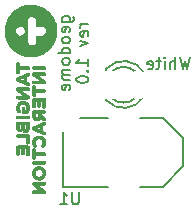
<source format=gbo>
G04 #@! TF.FileFunction,Legend,Bot*
%FSLAX46Y46*%
G04 Gerber Fmt 4.6, Leading zero omitted, Abs format (unit mm)*
G04 Created by KiCad (PCBNEW 4.0.2-stable) date Wednesday, September 07, 2016 'amt' 02:23:24 am*
%MOMM*%
G01*
G04 APERTURE LIST*
%ADD10C,0.100000*%
%ADD11C,0.150000*%
%ADD12C,0.200000*%
%ADD13C,0.010000*%
%ADD14R,1.700000X1.700000*%
%ADD15C,1.700000*%
%ADD16R,2.400000X2.400000*%
%ADD17C,2.400000*%
%ADD18O,2.398980X2.398980*%
%ADD19R,2.398980X2.398980*%
%ADD20R,2.127200X2.127200*%
%ADD21O,2.127200X2.127200*%
%ADD22C,1.797000*%
%ADD23R,2.000000X2.000000*%
%ADD24C,2.000000*%
%ADD25C,2.127200*%
%ADD26R,2.432000X2.127200*%
%ADD27O,2.432000X2.127200*%
G04 APERTURE END LIST*
D10*
D11*
X152299714Y-112776334D02*
X153109238Y-112776334D01*
X153204476Y-112728715D01*
X153252095Y-112681096D01*
X153299714Y-112585857D01*
X153299714Y-112443000D01*
X153252095Y-112347762D01*
X152918762Y-112776334D02*
X152966381Y-112681096D01*
X152966381Y-112490619D01*
X152918762Y-112395381D01*
X152871143Y-112347762D01*
X152775905Y-112300143D01*
X152490190Y-112300143D01*
X152394952Y-112347762D01*
X152347333Y-112395381D01*
X152299714Y-112490619D01*
X152299714Y-112681096D01*
X152347333Y-112776334D01*
X152918762Y-113633477D02*
X152966381Y-113538239D01*
X152966381Y-113347762D01*
X152918762Y-113252524D01*
X152823524Y-113204905D01*
X152442571Y-113204905D01*
X152347333Y-113252524D01*
X152299714Y-113347762D01*
X152299714Y-113538239D01*
X152347333Y-113633477D01*
X152442571Y-113681096D01*
X152537810Y-113681096D01*
X152633048Y-113204905D01*
X152966381Y-114252524D02*
X152918762Y-114157286D01*
X152871143Y-114109667D01*
X152775905Y-114062048D01*
X152490190Y-114062048D01*
X152394952Y-114109667D01*
X152347333Y-114157286D01*
X152299714Y-114252524D01*
X152299714Y-114395382D01*
X152347333Y-114490620D01*
X152394952Y-114538239D01*
X152490190Y-114585858D01*
X152775905Y-114585858D01*
X152871143Y-114538239D01*
X152918762Y-114490620D01*
X152966381Y-114395382D01*
X152966381Y-114252524D01*
X152966381Y-115443001D02*
X151966381Y-115443001D01*
X152918762Y-115443001D02*
X152966381Y-115347763D01*
X152966381Y-115157286D01*
X152918762Y-115062048D01*
X152871143Y-115014429D01*
X152775905Y-114966810D01*
X152490190Y-114966810D01*
X152394952Y-115014429D01*
X152347333Y-115062048D01*
X152299714Y-115157286D01*
X152299714Y-115347763D01*
X152347333Y-115443001D01*
X152966381Y-116062048D02*
X152918762Y-115966810D01*
X152871143Y-115919191D01*
X152775905Y-115871572D01*
X152490190Y-115871572D01*
X152394952Y-115919191D01*
X152347333Y-115966810D01*
X152299714Y-116062048D01*
X152299714Y-116204906D01*
X152347333Y-116300144D01*
X152394952Y-116347763D01*
X152490190Y-116395382D01*
X152775905Y-116395382D01*
X152871143Y-116347763D01*
X152918762Y-116300144D01*
X152966381Y-116204906D01*
X152966381Y-116062048D01*
X152966381Y-116823953D02*
X152299714Y-116823953D01*
X152394952Y-116823953D02*
X152347333Y-116871572D01*
X152299714Y-116966810D01*
X152299714Y-117109668D01*
X152347333Y-117204906D01*
X152442571Y-117252525D01*
X152966381Y-117252525D01*
X152442571Y-117252525D02*
X152347333Y-117300144D01*
X152299714Y-117395382D01*
X152299714Y-117538239D01*
X152347333Y-117633477D01*
X152442571Y-117681096D01*
X152966381Y-117681096D01*
X152918762Y-118538239D02*
X152966381Y-118443001D01*
X152966381Y-118252524D01*
X152918762Y-118157286D01*
X152823524Y-118109667D01*
X152442571Y-118109667D01*
X152347333Y-118157286D01*
X152299714Y-118252524D01*
X152299714Y-118443001D01*
X152347333Y-118538239D01*
X152442571Y-118585858D01*
X152537810Y-118585858D01*
X152633048Y-118109667D01*
X154516381Y-112990619D02*
X153849714Y-112990619D01*
X154040190Y-112990619D02*
X153944952Y-113038238D01*
X153897333Y-113085857D01*
X153849714Y-113181095D01*
X153849714Y-113276334D01*
X154468762Y-113990620D02*
X154516381Y-113895382D01*
X154516381Y-113704905D01*
X154468762Y-113609667D01*
X154373524Y-113562048D01*
X153992571Y-113562048D01*
X153897333Y-113609667D01*
X153849714Y-113704905D01*
X153849714Y-113895382D01*
X153897333Y-113990620D01*
X153992571Y-114038239D01*
X154087810Y-114038239D01*
X154183048Y-113562048D01*
X153849714Y-114371572D02*
X154516381Y-114609667D01*
X153849714Y-114847763D01*
X154516381Y-116514430D02*
X154516381Y-115943001D01*
X154516381Y-116228715D02*
X153516381Y-116228715D01*
X153659238Y-116133477D01*
X153754476Y-116038239D01*
X153802095Y-115943001D01*
X154421143Y-116943001D02*
X154468762Y-116990620D01*
X154516381Y-116943001D01*
X154468762Y-116895382D01*
X154421143Y-116943001D01*
X154516381Y-116943001D01*
X153516381Y-117609667D02*
X153516381Y-117704906D01*
X153564000Y-117800144D01*
X153611619Y-117847763D01*
X153706857Y-117895382D01*
X153897333Y-117943001D01*
X154135429Y-117943001D01*
X154325905Y-117895382D01*
X154421143Y-117847763D01*
X154468762Y-117800144D01*
X154516381Y-117704906D01*
X154516381Y-117609667D01*
X154468762Y-117514429D01*
X154421143Y-117466810D01*
X154325905Y-117419191D01*
X154135429Y-117371572D01*
X153897333Y-117371572D01*
X153706857Y-117419191D01*
X153611619Y-117466810D01*
X153564000Y-117514429D01*
X153516381Y-117609667D01*
X156011000Y-116796000D02*
X156011000Y-116996000D01*
X156011000Y-119390000D02*
X156011000Y-119210000D01*
X159238744Y-119079643D02*
G75*
G02X156011000Y-119396000I-1727744J1003643D01*
G01*
X158563006Y-119209068D02*
G75*
G02X156460000Y-119210000I-1052006J1133068D01*
G01*
X156023780Y-116769274D02*
G75*
G02X159261000Y-117116000I1497220J-1306726D01*
G01*
X156497111Y-116996747D02*
G75*
G02X158545000Y-117016000I1013889J-1079253D01*
G01*
D12*
X152380000Y-126725000D02*
X156180000Y-126725000D01*
X158880000Y-126725000D02*
X160880000Y-126725000D01*
X160880000Y-120925000D02*
X158880000Y-120925000D01*
X156180000Y-120925000D02*
X153780000Y-120925000D01*
X152380000Y-122125000D02*
X152380000Y-126725000D01*
X160880000Y-126725000D02*
X162580000Y-125025000D01*
X162580000Y-125025000D02*
X162580000Y-122625000D01*
X162580000Y-122625000D02*
X160880000Y-120925000D01*
D13*
G36*
X147447740Y-113545511D02*
X147448890Y-113597229D01*
X147450741Y-113647716D01*
X147453254Y-113695089D01*
X147456388Y-113737468D01*
X147459461Y-113767741D01*
X147479773Y-113903714D01*
X147507979Y-114037039D01*
X147543921Y-114167444D01*
X147587445Y-114294654D01*
X147638393Y-114418394D01*
X147696611Y-114538392D01*
X147761942Y-114654373D01*
X147834229Y-114766063D01*
X147913318Y-114873188D01*
X147999052Y-114975474D01*
X148091275Y-115072646D01*
X148189831Y-115164432D01*
X148294564Y-115250557D01*
X148310600Y-115262821D01*
X148421615Y-115341689D01*
X148536479Y-115413112D01*
X148654862Y-115477010D01*
X148776433Y-115533302D01*
X148900862Y-115581905D01*
X149027819Y-115622740D01*
X149156974Y-115655725D01*
X149287997Y-115680780D01*
X149420557Y-115697822D01*
X149554324Y-115706772D01*
X149688969Y-115707548D01*
X149824160Y-115700069D01*
X149959568Y-115684254D01*
X150001057Y-115677726D01*
X150133445Y-115651373D01*
X150263400Y-115617003D01*
X150390607Y-115574792D01*
X150514751Y-115524922D01*
X150635515Y-115467571D01*
X150752584Y-115402919D01*
X150865640Y-115331145D01*
X150974370Y-115252428D01*
X151078455Y-115166947D01*
X151177581Y-115074883D01*
X151271432Y-114976414D01*
X151305850Y-114937116D01*
X151319604Y-114920583D01*
X151336711Y-114899325D01*
X151355513Y-114875443D01*
X151374352Y-114851037D01*
X151386108Y-114835516D01*
X151465178Y-114723434D01*
X151536408Y-114608271D01*
X151599838Y-114489921D01*
X151655512Y-114368281D01*
X151703470Y-114243243D01*
X151743754Y-114114705D01*
X151776406Y-113982559D01*
X151801467Y-113846701D01*
X151814042Y-113753461D01*
X151815886Y-113732779D01*
X151817549Y-113705026D01*
X151819011Y-113671597D01*
X151820252Y-113633885D01*
X151821253Y-113593286D01*
X151821995Y-113551193D01*
X151822458Y-113509001D01*
X151822623Y-113468104D01*
X151822471Y-113429896D01*
X151821982Y-113395772D01*
X151821137Y-113367126D01*
X151819916Y-113345353D01*
X151819743Y-113343267D01*
X151803641Y-113204895D01*
X151779602Y-113069320D01*
X151747692Y-112936696D01*
X151707976Y-112807179D01*
X151660519Y-112680922D01*
X151605385Y-112558082D01*
X151542639Y-112438813D01*
X151472346Y-112323269D01*
X151394571Y-112211607D01*
X151309379Y-112103980D01*
X151292984Y-112084726D01*
X151267803Y-112056424D01*
X151238148Y-112024651D01*
X151205477Y-111990853D01*
X151171250Y-111956479D01*
X151136925Y-111922975D01*
X151103961Y-111891789D01*
X151073815Y-111864369D01*
X151051683Y-111845259D01*
X150942125Y-111759041D01*
X150829278Y-111680623D01*
X150713133Y-111610004D01*
X150593680Y-111547178D01*
X150470911Y-111492141D01*
X150344817Y-111444891D01*
X150215390Y-111405424D01*
X150082620Y-111373735D01*
X149946498Y-111349821D01*
X149853650Y-111338171D01*
X149818356Y-111335191D01*
X149776363Y-111332896D01*
X149729411Y-111331286D01*
X149694752Y-111330647D01*
X149694752Y-112307459D01*
X149748155Y-112308370D01*
X149801244Y-112316375D01*
X149853311Y-112331548D01*
X149903649Y-112353961D01*
X149951551Y-112383686D01*
X149996309Y-112420798D01*
X150004255Y-112428545D01*
X150043812Y-112473981D01*
X150076304Y-112524055D01*
X150101617Y-112578574D01*
X150114436Y-112617250D01*
X150116478Y-112624688D01*
X150118212Y-112631896D01*
X150119670Y-112639618D01*
X150120882Y-112648597D01*
X150121878Y-112659576D01*
X150122688Y-112673299D01*
X150123342Y-112690509D01*
X150123871Y-112711949D01*
X150124305Y-112738364D01*
X150124673Y-112770495D01*
X150125007Y-112809087D01*
X150125336Y-112854884D01*
X150125579Y-112891531D01*
X150127150Y-113131945D01*
X150356583Y-113131430D01*
X150410238Y-113131338D01*
X150456215Y-113131359D01*
X150495303Y-113131551D01*
X150528292Y-113131970D01*
X150555969Y-113132673D01*
X150579125Y-113133718D01*
X150598548Y-113135161D01*
X150615026Y-113137060D01*
X150629349Y-113139471D01*
X150642306Y-113142451D01*
X150654685Y-113146057D01*
X150667276Y-113150347D01*
X150679169Y-113154737D01*
X150732352Y-113179112D01*
X150781078Y-113210207D01*
X150824784Y-113247343D01*
X150862913Y-113289838D01*
X150894903Y-113337011D01*
X150920194Y-113388181D01*
X150938226Y-113442667D01*
X150945662Y-113478733D01*
X150949958Y-113511315D01*
X150951448Y-113539940D01*
X150950143Y-113568584D01*
X150946056Y-113601221D01*
X150946013Y-113601500D01*
X150933298Y-113657966D01*
X150913162Y-113711450D01*
X150886194Y-113761292D01*
X150852979Y-113806831D01*
X150814107Y-113847407D01*
X150770163Y-113882358D01*
X150721735Y-113911025D01*
X150669410Y-113932746D01*
X150645157Y-113939971D01*
X150630140Y-113943660D01*
X150614836Y-113946788D01*
X150598423Y-113949398D01*
X150580080Y-113951537D01*
X150558985Y-113953247D01*
X150534316Y-113954575D01*
X150505254Y-113955564D01*
X150470976Y-113956259D01*
X150430660Y-113956705D01*
X150383486Y-113956946D01*
X150331153Y-113957026D01*
X150127090Y-113957100D01*
X150125695Y-114197342D01*
X150125389Y-114248563D01*
X150125096Y-114292060D01*
X150124785Y-114328578D01*
X150124426Y-114358858D01*
X150123989Y-114383645D01*
X150123444Y-114403681D01*
X150122761Y-114419709D01*
X150121910Y-114432474D01*
X150120862Y-114442717D01*
X150119585Y-114451182D01*
X150118051Y-114458612D01*
X150116228Y-114465750D01*
X150114629Y-114471450D01*
X150094560Y-114527438D01*
X150068001Y-114578784D01*
X150035583Y-114625131D01*
X149997932Y-114666124D01*
X149955678Y-114701405D01*
X149909448Y-114730617D01*
X149859872Y-114753404D01*
X149807577Y-114769410D01*
X149753192Y-114778277D01*
X149697345Y-114779650D01*
X149640665Y-114773170D01*
X149599996Y-114763531D01*
X149547788Y-114744137D01*
X149497917Y-114717244D01*
X149451650Y-114683754D01*
X149410251Y-114644567D01*
X149378998Y-114606288D01*
X149360921Y-114577701D01*
X149343401Y-114543914D01*
X149327919Y-114508142D01*
X149315953Y-114473601D01*
X149312953Y-114462729D01*
X149303316Y-114424883D01*
X149303316Y-113546467D01*
X149303319Y-113444824D01*
X149303328Y-113351295D01*
X149303346Y-113265529D01*
X149303377Y-113187173D01*
X149303424Y-113115874D01*
X149303489Y-113051280D01*
X149303576Y-112993039D01*
X149303688Y-112940800D01*
X149303827Y-112894208D01*
X149303998Y-112852913D01*
X149304202Y-112816561D01*
X149304444Y-112784801D01*
X149304725Y-112757280D01*
X149305050Y-112733647D01*
X149305420Y-112713548D01*
X149305840Y-112696631D01*
X149306311Y-112682545D01*
X149306838Y-112670937D01*
X149307423Y-112661454D01*
X149308070Y-112653744D01*
X149308781Y-112647456D01*
X149309559Y-112642236D01*
X149310407Y-112637733D01*
X149311191Y-112634183D01*
X149327720Y-112579802D01*
X149351108Y-112527904D01*
X149371499Y-112493626D01*
X149407310Y-112446910D01*
X149447756Y-112406780D01*
X149492128Y-112373308D01*
X149539721Y-112346568D01*
X149589828Y-112326631D01*
X149641740Y-112313570D01*
X149694752Y-112307459D01*
X149694752Y-111330647D01*
X149679242Y-111330361D01*
X149627594Y-111330121D01*
X149576209Y-111330567D01*
X149526826Y-111331699D01*
X149481186Y-111333516D01*
X149441029Y-111336019D01*
X149417617Y-111338127D01*
X149282315Y-111356203D01*
X149151009Y-111381584D01*
X149023152Y-111414428D01*
X148898194Y-111454896D01*
X148775589Y-111503148D01*
X148745591Y-111517102D01*
X148745591Y-113130850D01*
X148795077Y-113135213D01*
X148842311Y-113144607D01*
X148863268Y-113150829D01*
X148916039Y-113172856D01*
X148965216Y-113202214D01*
X149010084Y-113238272D01*
X149049926Y-113280399D01*
X149084026Y-113327963D01*
X149103183Y-113362317D01*
X149119164Y-113397251D01*
X149130648Y-113429982D01*
X149138137Y-113462911D01*
X149142129Y-113498437D01*
X149143127Y-113538960D01*
X149142909Y-113552817D01*
X149142056Y-113580000D01*
X149140752Y-113601029D01*
X149138705Y-113618214D01*
X149135627Y-113633865D01*
X149131227Y-113650292D01*
X149130269Y-113653520D01*
X149109247Y-113709675D01*
X149081525Y-113761222D01*
X149047650Y-113807701D01*
X149008170Y-113848654D01*
X148963632Y-113883624D01*
X148914583Y-113912152D01*
X148861572Y-113933779D01*
X148805145Y-113948047D01*
X148773092Y-113952567D01*
X148715815Y-113954362D01*
X148660002Y-113948180D01*
X148606273Y-113934471D01*
X148555246Y-113913682D01*
X148507541Y-113886262D01*
X148463775Y-113852659D01*
X148424569Y-113813322D01*
X148390542Y-113768698D01*
X148362311Y-113719236D01*
X148340497Y-113665384D01*
X148331058Y-113632433D01*
X148324396Y-113594121D01*
X148321614Y-113551677D01*
X148322710Y-113508496D01*
X148327684Y-113467970D01*
X148331058Y-113452034D01*
X148349083Y-113395365D01*
X148374149Y-113342649D01*
X148405691Y-113294438D01*
X148443146Y-113251284D01*
X148485951Y-113213739D01*
X148533544Y-113182355D01*
X148585360Y-113157686D01*
X148640837Y-113140282D01*
X148651383Y-113137918D01*
X148696733Y-113131693D01*
X148745591Y-113130850D01*
X148745591Y-111517102D01*
X148654787Y-111559344D01*
X148647150Y-111563192D01*
X148562772Y-111607867D01*
X148483577Y-111654066D01*
X148407490Y-111703152D01*
X148332442Y-111756488D01*
X148256360Y-111815437D01*
X148225933Y-111840265D01*
X148204085Y-111859089D01*
X148177927Y-111882861D01*
X148148677Y-111910370D01*
X148117555Y-111940403D01*
X148085782Y-111971748D01*
X148054576Y-112003192D01*
X148025157Y-112033523D01*
X147998746Y-112061528D01*
X147976561Y-112085996D01*
X147963854Y-112100783D01*
X147877227Y-112211330D01*
X147798435Y-112325046D01*
X147727499Y-112441882D01*
X147664439Y-112561788D01*
X147609273Y-112684718D01*
X147562023Y-112810620D01*
X147522708Y-112939448D01*
X147491347Y-113071152D01*
X147467960Y-113205683D01*
X147452568Y-113342992D01*
X147450943Y-113363926D01*
X147448892Y-113401767D01*
X147447702Y-113445899D01*
X147447331Y-113494440D01*
X147447740Y-113545511D01*
X147447740Y-113545511D01*
G37*
X147447740Y-113545511D02*
X147448890Y-113597229D01*
X147450741Y-113647716D01*
X147453254Y-113695089D01*
X147456388Y-113737468D01*
X147459461Y-113767741D01*
X147479773Y-113903714D01*
X147507979Y-114037039D01*
X147543921Y-114167444D01*
X147587445Y-114294654D01*
X147638393Y-114418394D01*
X147696611Y-114538392D01*
X147761942Y-114654373D01*
X147834229Y-114766063D01*
X147913318Y-114873188D01*
X147999052Y-114975474D01*
X148091275Y-115072646D01*
X148189831Y-115164432D01*
X148294564Y-115250557D01*
X148310600Y-115262821D01*
X148421615Y-115341689D01*
X148536479Y-115413112D01*
X148654862Y-115477010D01*
X148776433Y-115533302D01*
X148900862Y-115581905D01*
X149027819Y-115622740D01*
X149156974Y-115655725D01*
X149287997Y-115680780D01*
X149420557Y-115697822D01*
X149554324Y-115706772D01*
X149688969Y-115707548D01*
X149824160Y-115700069D01*
X149959568Y-115684254D01*
X150001057Y-115677726D01*
X150133445Y-115651373D01*
X150263400Y-115617003D01*
X150390607Y-115574792D01*
X150514751Y-115524922D01*
X150635515Y-115467571D01*
X150752584Y-115402919D01*
X150865640Y-115331145D01*
X150974370Y-115252428D01*
X151078455Y-115166947D01*
X151177581Y-115074883D01*
X151271432Y-114976414D01*
X151305850Y-114937116D01*
X151319604Y-114920583D01*
X151336711Y-114899325D01*
X151355513Y-114875443D01*
X151374352Y-114851037D01*
X151386108Y-114835516D01*
X151465178Y-114723434D01*
X151536408Y-114608271D01*
X151599838Y-114489921D01*
X151655512Y-114368281D01*
X151703470Y-114243243D01*
X151743754Y-114114705D01*
X151776406Y-113982559D01*
X151801467Y-113846701D01*
X151814042Y-113753461D01*
X151815886Y-113732779D01*
X151817549Y-113705026D01*
X151819011Y-113671597D01*
X151820252Y-113633885D01*
X151821253Y-113593286D01*
X151821995Y-113551193D01*
X151822458Y-113509001D01*
X151822623Y-113468104D01*
X151822471Y-113429896D01*
X151821982Y-113395772D01*
X151821137Y-113367126D01*
X151819916Y-113345353D01*
X151819743Y-113343267D01*
X151803641Y-113204895D01*
X151779602Y-113069320D01*
X151747692Y-112936696D01*
X151707976Y-112807179D01*
X151660519Y-112680922D01*
X151605385Y-112558082D01*
X151542639Y-112438813D01*
X151472346Y-112323269D01*
X151394571Y-112211607D01*
X151309379Y-112103980D01*
X151292984Y-112084726D01*
X151267803Y-112056424D01*
X151238148Y-112024651D01*
X151205477Y-111990853D01*
X151171250Y-111956479D01*
X151136925Y-111922975D01*
X151103961Y-111891789D01*
X151073815Y-111864369D01*
X151051683Y-111845259D01*
X150942125Y-111759041D01*
X150829278Y-111680623D01*
X150713133Y-111610004D01*
X150593680Y-111547178D01*
X150470911Y-111492141D01*
X150344817Y-111444891D01*
X150215390Y-111405424D01*
X150082620Y-111373735D01*
X149946498Y-111349821D01*
X149853650Y-111338171D01*
X149818356Y-111335191D01*
X149776363Y-111332896D01*
X149729411Y-111331286D01*
X149694752Y-111330647D01*
X149694752Y-112307459D01*
X149748155Y-112308370D01*
X149801244Y-112316375D01*
X149853311Y-112331548D01*
X149903649Y-112353961D01*
X149951551Y-112383686D01*
X149996309Y-112420798D01*
X150004255Y-112428545D01*
X150043812Y-112473981D01*
X150076304Y-112524055D01*
X150101617Y-112578574D01*
X150114436Y-112617250D01*
X150116478Y-112624688D01*
X150118212Y-112631896D01*
X150119670Y-112639618D01*
X150120882Y-112648597D01*
X150121878Y-112659576D01*
X150122688Y-112673299D01*
X150123342Y-112690509D01*
X150123871Y-112711949D01*
X150124305Y-112738364D01*
X150124673Y-112770495D01*
X150125007Y-112809087D01*
X150125336Y-112854884D01*
X150125579Y-112891531D01*
X150127150Y-113131945D01*
X150356583Y-113131430D01*
X150410238Y-113131338D01*
X150456215Y-113131359D01*
X150495303Y-113131551D01*
X150528292Y-113131970D01*
X150555969Y-113132673D01*
X150579125Y-113133718D01*
X150598548Y-113135161D01*
X150615026Y-113137060D01*
X150629349Y-113139471D01*
X150642306Y-113142451D01*
X150654685Y-113146057D01*
X150667276Y-113150347D01*
X150679169Y-113154737D01*
X150732352Y-113179112D01*
X150781078Y-113210207D01*
X150824784Y-113247343D01*
X150862913Y-113289838D01*
X150894903Y-113337011D01*
X150920194Y-113388181D01*
X150938226Y-113442667D01*
X150945662Y-113478733D01*
X150949958Y-113511315D01*
X150951448Y-113539940D01*
X150950143Y-113568584D01*
X150946056Y-113601221D01*
X150946013Y-113601500D01*
X150933298Y-113657966D01*
X150913162Y-113711450D01*
X150886194Y-113761292D01*
X150852979Y-113806831D01*
X150814107Y-113847407D01*
X150770163Y-113882358D01*
X150721735Y-113911025D01*
X150669410Y-113932746D01*
X150645157Y-113939971D01*
X150630140Y-113943660D01*
X150614836Y-113946788D01*
X150598423Y-113949398D01*
X150580080Y-113951537D01*
X150558985Y-113953247D01*
X150534316Y-113954575D01*
X150505254Y-113955564D01*
X150470976Y-113956259D01*
X150430660Y-113956705D01*
X150383486Y-113956946D01*
X150331153Y-113957026D01*
X150127090Y-113957100D01*
X150125695Y-114197342D01*
X150125389Y-114248563D01*
X150125096Y-114292060D01*
X150124785Y-114328578D01*
X150124426Y-114358858D01*
X150123989Y-114383645D01*
X150123444Y-114403681D01*
X150122761Y-114419709D01*
X150121910Y-114432474D01*
X150120862Y-114442717D01*
X150119585Y-114451182D01*
X150118051Y-114458612D01*
X150116228Y-114465750D01*
X150114629Y-114471450D01*
X150094560Y-114527438D01*
X150068001Y-114578784D01*
X150035583Y-114625131D01*
X149997932Y-114666124D01*
X149955678Y-114701405D01*
X149909448Y-114730617D01*
X149859872Y-114753404D01*
X149807577Y-114769410D01*
X149753192Y-114778277D01*
X149697345Y-114779650D01*
X149640665Y-114773170D01*
X149599996Y-114763531D01*
X149547788Y-114744137D01*
X149497917Y-114717244D01*
X149451650Y-114683754D01*
X149410251Y-114644567D01*
X149378998Y-114606288D01*
X149360921Y-114577701D01*
X149343401Y-114543914D01*
X149327919Y-114508142D01*
X149315953Y-114473601D01*
X149312953Y-114462729D01*
X149303316Y-114424883D01*
X149303316Y-113546467D01*
X149303319Y-113444824D01*
X149303328Y-113351295D01*
X149303346Y-113265529D01*
X149303377Y-113187173D01*
X149303424Y-113115874D01*
X149303489Y-113051280D01*
X149303576Y-112993039D01*
X149303688Y-112940800D01*
X149303827Y-112894208D01*
X149303998Y-112852913D01*
X149304202Y-112816561D01*
X149304444Y-112784801D01*
X149304725Y-112757280D01*
X149305050Y-112733647D01*
X149305420Y-112713548D01*
X149305840Y-112696631D01*
X149306311Y-112682545D01*
X149306838Y-112670937D01*
X149307423Y-112661454D01*
X149308070Y-112653744D01*
X149308781Y-112647456D01*
X149309559Y-112642236D01*
X149310407Y-112637733D01*
X149311191Y-112634183D01*
X149327720Y-112579802D01*
X149351108Y-112527904D01*
X149371499Y-112493626D01*
X149407310Y-112446910D01*
X149447756Y-112406780D01*
X149492128Y-112373308D01*
X149539721Y-112346568D01*
X149589828Y-112326631D01*
X149641740Y-112313570D01*
X149694752Y-112307459D01*
X149694752Y-111330647D01*
X149679242Y-111330361D01*
X149627594Y-111330121D01*
X149576209Y-111330567D01*
X149526826Y-111331699D01*
X149481186Y-111333516D01*
X149441029Y-111336019D01*
X149417617Y-111338127D01*
X149282315Y-111356203D01*
X149151009Y-111381584D01*
X149023152Y-111414428D01*
X148898194Y-111454896D01*
X148775589Y-111503148D01*
X148745591Y-111517102D01*
X148745591Y-113130850D01*
X148795077Y-113135213D01*
X148842311Y-113144607D01*
X148863268Y-113150829D01*
X148916039Y-113172856D01*
X148965216Y-113202214D01*
X149010084Y-113238272D01*
X149049926Y-113280399D01*
X149084026Y-113327963D01*
X149103183Y-113362317D01*
X149119164Y-113397251D01*
X149130648Y-113429982D01*
X149138137Y-113462911D01*
X149142129Y-113498437D01*
X149143127Y-113538960D01*
X149142909Y-113552817D01*
X149142056Y-113580000D01*
X149140752Y-113601029D01*
X149138705Y-113618214D01*
X149135627Y-113633865D01*
X149131227Y-113650292D01*
X149130269Y-113653520D01*
X149109247Y-113709675D01*
X149081525Y-113761222D01*
X149047650Y-113807701D01*
X149008170Y-113848654D01*
X148963632Y-113883624D01*
X148914583Y-113912152D01*
X148861572Y-113933779D01*
X148805145Y-113948047D01*
X148773092Y-113952567D01*
X148715815Y-113954362D01*
X148660002Y-113948180D01*
X148606273Y-113934471D01*
X148555246Y-113913682D01*
X148507541Y-113886262D01*
X148463775Y-113852659D01*
X148424569Y-113813322D01*
X148390542Y-113768698D01*
X148362311Y-113719236D01*
X148340497Y-113665384D01*
X148331058Y-113632433D01*
X148324396Y-113594121D01*
X148321614Y-113551677D01*
X148322710Y-113508496D01*
X148327684Y-113467970D01*
X148331058Y-113452034D01*
X148349083Y-113395365D01*
X148374149Y-113342649D01*
X148405691Y-113294438D01*
X148443146Y-113251284D01*
X148485951Y-113213739D01*
X148533544Y-113182355D01*
X148585360Y-113157686D01*
X148640837Y-113140282D01*
X148651383Y-113137918D01*
X148696733Y-113131693D01*
X148745591Y-113130850D01*
X148745591Y-111517102D01*
X148654787Y-111559344D01*
X148647150Y-111563192D01*
X148562772Y-111607867D01*
X148483577Y-111654066D01*
X148407490Y-111703152D01*
X148332442Y-111756488D01*
X148256360Y-111815437D01*
X148225933Y-111840265D01*
X148204085Y-111859089D01*
X148177927Y-111882861D01*
X148148677Y-111910370D01*
X148117555Y-111940403D01*
X148085782Y-111971748D01*
X148054576Y-112003192D01*
X148025157Y-112033523D01*
X147998746Y-112061528D01*
X147976561Y-112085996D01*
X147963854Y-112100783D01*
X147877227Y-112211330D01*
X147798435Y-112325046D01*
X147727499Y-112441882D01*
X147664439Y-112561788D01*
X147609273Y-112684718D01*
X147562023Y-112810620D01*
X147522708Y-112939448D01*
X147491347Y-113071152D01*
X147467960Y-113205683D01*
X147452568Y-113342992D01*
X147450943Y-113363926D01*
X147448892Y-113401767D01*
X147447702Y-113445899D01*
X147447331Y-113494440D01*
X147447740Y-113545511D01*
G36*
X149770236Y-123016156D02*
X149777925Y-123082535D01*
X149781947Y-123104171D01*
X149792350Y-123146115D01*
X149805950Y-123187095D01*
X149822134Y-123225968D01*
X149840288Y-123261590D01*
X149859798Y-123292820D01*
X149880049Y-123318515D01*
X149900428Y-123337530D01*
X149911083Y-123344517D01*
X149924256Y-123351180D01*
X149935854Y-123355023D01*
X149949200Y-123356787D01*
X149967618Y-123357216D01*
X149967950Y-123357217D01*
X149986489Y-123356799D01*
X149999884Y-123355059D01*
X150011438Y-123351263D01*
X150024454Y-123344678D01*
X150024456Y-123344676D01*
X150048558Y-123326827D01*
X150066033Y-123303852D01*
X150076639Y-123276186D01*
X150080133Y-123244934D01*
X150079287Y-123227841D01*
X150076263Y-123212130D01*
X150070331Y-123195912D01*
X150060764Y-123177301D01*
X150046833Y-123154407D01*
X150042720Y-123148005D01*
X150016262Y-123100295D01*
X149997732Y-123051784D01*
X149986968Y-123003118D01*
X149983811Y-122954945D01*
X149988099Y-122907914D01*
X149999671Y-122862672D01*
X150018365Y-122819867D01*
X150044021Y-122780147D01*
X150076478Y-122744159D01*
X150115574Y-122712552D01*
X150157091Y-122687988D01*
X150203404Y-122669209D01*
X150253175Y-122657388D01*
X150304968Y-122652572D01*
X150357351Y-122654808D01*
X150408887Y-122664144D01*
X150452353Y-122678251D01*
X150497819Y-122700775D01*
X150538827Y-122729909D01*
X150574600Y-122764838D01*
X150604359Y-122804745D01*
X150627326Y-122848813D01*
X150635438Y-122870383D01*
X150639409Y-122883389D01*
X150642162Y-122895752D01*
X150643910Y-122909489D01*
X150644867Y-122926616D01*
X150645244Y-122949152D01*
X150645283Y-122963517D01*
X150645109Y-122989837D01*
X150644443Y-123009782D01*
X150643066Y-123025436D01*
X150640760Y-123038886D01*
X150637309Y-123052219D01*
X150635347Y-123058660D01*
X150625485Y-123086881D01*
X150614219Y-123111954D01*
X150600048Y-123136785D01*
X150581470Y-123164278D01*
X150579039Y-123167665D01*
X150563722Y-123189684D01*
X150553137Y-123207276D01*
X150546473Y-123222415D01*
X150542917Y-123237073D01*
X150541659Y-123253223D01*
X150541608Y-123258656D01*
X150545413Y-123288833D01*
X150556269Y-123315404D01*
X150573483Y-123337403D01*
X150596365Y-123353866D01*
X150615360Y-123361571D01*
X150634208Y-123366239D01*
X150650212Y-123367352D01*
X150667286Y-123364885D01*
X150681556Y-123361134D01*
X150694233Y-123356634D01*
X150705318Y-123350319D01*
X150717082Y-123340590D01*
X150731796Y-123325848D01*
X150732066Y-123325564D01*
X150768026Y-123281891D01*
X150798867Y-123232135D01*
X150824162Y-123177262D01*
X150843482Y-123118238D01*
X150856400Y-123056028D01*
X150858625Y-123039717D01*
X150861235Y-123009805D01*
X150862540Y-122975541D01*
X150862563Y-122939747D01*
X150861328Y-122905250D01*
X150858859Y-122874873D01*
X150857139Y-122861917D01*
X150842727Y-122795803D01*
X150821202Y-122733765D01*
X150793039Y-122676124D01*
X150758711Y-122623202D01*
X150718693Y-122575318D01*
X150673460Y-122532793D01*
X150623487Y-122495949D01*
X150569247Y-122465107D01*
X150511217Y-122440586D01*
X150449870Y-122422708D01*
X150385681Y-122411793D01*
X150319125Y-122408163D01*
X150250676Y-122412138D01*
X150202578Y-122419485D01*
X150137863Y-122436023D01*
X150076658Y-122459937D01*
X150019492Y-122490774D01*
X149966897Y-122528087D01*
X149919403Y-122571425D01*
X149877541Y-122620339D01*
X149841841Y-122674377D01*
X149812834Y-122733092D01*
X149803074Y-122758200D01*
X149785536Y-122818106D01*
X149774146Y-122882217D01*
X149769011Y-122948809D01*
X149770236Y-123016156D01*
X149770236Y-123016156D01*
G37*
X149770236Y-123016156D02*
X149777925Y-123082535D01*
X149781947Y-123104171D01*
X149792350Y-123146115D01*
X149805950Y-123187095D01*
X149822134Y-123225968D01*
X149840288Y-123261590D01*
X149859798Y-123292820D01*
X149880049Y-123318515D01*
X149900428Y-123337530D01*
X149911083Y-123344517D01*
X149924256Y-123351180D01*
X149935854Y-123355023D01*
X149949200Y-123356787D01*
X149967618Y-123357216D01*
X149967950Y-123357217D01*
X149986489Y-123356799D01*
X149999884Y-123355059D01*
X150011438Y-123351263D01*
X150024454Y-123344678D01*
X150024456Y-123344676D01*
X150048558Y-123326827D01*
X150066033Y-123303852D01*
X150076639Y-123276186D01*
X150080133Y-123244934D01*
X150079287Y-123227841D01*
X150076263Y-123212130D01*
X150070331Y-123195912D01*
X150060764Y-123177301D01*
X150046833Y-123154407D01*
X150042720Y-123148005D01*
X150016262Y-123100295D01*
X149997732Y-123051784D01*
X149986968Y-123003118D01*
X149983811Y-122954945D01*
X149988099Y-122907914D01*
X149999671Y-122862672D01*
X150018365Y-122819867D01*
X150044021Y-122780147D01*
X150076478Y-122744159D01*
X150115574Y-122712552D01*
X150157091Y-122687988D01*
X150203404Y-122669209D01*
X150253175Y-122657388D01*
X150304968Y-122652572D01*
X150357351Y-122654808D01*
X150408887Y-122664144D01*
X150452353Y-122678251D01*
X150497819Y-122700775D01*
X150538827Y-122729909D01*
X150574600Y-122764838D01*
X150604359Y-122804745D01*
X150627326Y-122848813D01*
X150635438Y-122870383D01*
X150639409Y-122883389D01*
X150642162Y-122895752D01*
X150643910Y-122909489D01*
X150644867Y-122926616D01*
X150645244Y-122949152D01*
X150645283Y-122963517D01*
X150645109Y-122989837D01*
X150644443Y-123009782D01*
X150643066Y-123025436D01*
X150640760Y-123038886D01*
X150637309Y-123052219D01*
X150635347Y-123058660D01*
X150625485Y-123086881D01*
X150614219Y-123111954D01*
X150600048Y-123136785D01*
X150581470Y-123164278D01*
X150579039Y-123167665D01*
X150563722Y-123189684D01*
X150553137Y-123207276D01*
X150546473Y-123222415D01*
X150542917Y-123237073D01*
X150541659Y-123253223D01*
X150541608Y-123258656D01*
X150545413Y-123288833D01*
X150556269Y-123315404D01*
X150573483Y-123337403D01*
X150596365Y-123353866D01*
X150615360Y-123361571D01*
X150634208Y-123366239D01*
X150650212Y-123367352D01*
X150667286Y-123364885D01*
X150681556Y-123361134D01*
X150694233Y-123356634D01*
X150705318Y-123350319D01*
X150717082Y-123340590D01*
X150731796Y-123325848D01*
X150732066Y-123325564D01*
X150768026Y-123281891D01*
X150798867Y-123232135D01*
X150824162Y-123177262D01*
X150843482Y-123118238D01*
X150856400Y-123056028D01*
X150858625Y-123039717D01*
X150861235Y-123009805D01*
X150862540Y-122975541D01*
X150862563Y-122939747D01*
X150861328Y-122905250D01*
X150858859Y-122874873D01*
X150857139Y-122861917D01*
X150842727Y-122795803D01*
X150821202Y-122733765D01*
X150793039Y-122676124D01*
X150758711Y-122623202D01*
X150718693Y-122575318D01*
X150673460Y-122532793D01*
X150623487Y-122495949D01*
X150569247Y-122465107D01*
X150511217Y-122440586D01*
X150449870Y-122422708D01*
X150385681Y-122411793D01*
X150319125Y-122408163D01*
X150250676Y-122412138D01*
X150202578Y-122419485D01*
X150137863Y-122436023D01*
X150076658Y-122459937D01*
X150019492Y-122490774D01*
X149966897Y-122528087D01*
X149919403Y-122571425D01*
X149877541Y-122620339D01*
X149841841Y-122674377D01*
X149812834Y-122733092D01*
X149803074Y-122758200D01*
X149785536Y-122818106D01*
X149774146Y-122882217D01*
X149769011Y-122948809D01*
X149770236Y-123016156D01*
G36*
X149771168Y-125632960D02*
X149780749Y-125698226D01*
X149797134Y-125761365D01*
X149820075Y-125821688D01*
X149849326Y-125878504D01*
X149884639Y-125931126D01*
X149925767Y-125978863D01*
X149972464Y-126021026D01*
X150005791Y-126045187D01*
X150047906Y-126070935D01*
X150089339Y-126091601D01*
X150133004Y-126108452D01*
X150181820Y-126122758D01*
X150187677Y-126124242D01*
X150212891Y-126129011D01*
X150244176Y-126132569D01*
X150279216Y-126134849D01*
X150315693Y-126135784D01*
X150351289Y-126135310D01*
X150383687Y-126133358D01*
X150406760Y-126130525D01*
X150472786Y-126115561D01*
X150535172Y-126093177D01*
X150593489Y-126063787D01*
X150647310Y-126027806D01*
X150696205Y-125985648D01*
X150739746Y-125937725D01*
X150777504Y-125884454D01*
X150809051Y-125826248D01*
X150833959Y-125763520D01*
X150850808Y-125701399D01*
X150855444Y-125673444D01*
X150858889Y-125639836D01*
X150861072Y-125603029D01*
X150861925Y-125565475D01*
X150861379Y-125529627D01*
X150859364Y-125497940D01*
X150857064Y-125479681D01*
X150841845Y-125409633D01*
X150819859Y-125344611D01*
X150791015Y-125284430D01*
X150755219Y-125228907D01*
X150712381Y-125177859D01*
X150698833Y-125164067D01*
X150669881Y-125138193D01*
X150636208Y-125112327D01*
X150601024Y-125088776D01*
X150567692Y-125069919D01*
X150540159Y-125057632D01*
X150507376Y-125045453D01*
X150472511Y-125034411D01*
X150438731Y-125025531D01*
X150417187Y-125021110D01*
X150389868Y-125017654D01*
X150356957Y-125015515D01*
X150321138Y-125014693D01*
X150312967Y-125014805D01*
X150312967Y-125258535D01*
X150345568Y-125259011D01*
X150372633Y-125261182D01*
X150397009Y-125265561D01*
X150421543Y-125272658D01*
X150449082Y-125282985D01*
X150449101Y-125282993D01*
X150492654Y-125304850D01*
X150532833Y-125333425D01*
X150568491Y-125367576D01*
X150598479Y-125406163D01*
X150621648Y-125448043D01*
X150626308Y-125459066D01*
X150639215Y-125501676D01*
X150646136Y-125547951D01*
X150646911Y-125595412D01*
X150641381Y-125641579D01*
X150638840Y-125653275D01*
X150623539Y-125699553D01*
X150601119Y-125742221D01*
X150572352Y-125780736D01*
X150538011Y-125814552D01*
X150498871Y-125843122D01*
X150455704Y-125865902D01*
X150409284Y-125882346D01*
X150360383Y-125891908D01*
X150309776Y-125894044D01*
X150298366Y-125893454D01*
X150261087Y-125889450D01*
X150227783Y-125882393D01*
X150194971Y-125871349D01*
X150162355Y-125856926D01*
X150117950Y-125831017D01*
X150079081Y-125798962D01*
X150046190Y-125761376D01*
X150019721Y-125718877D01*
X150000114Y-125672081D01*
X149987814Y-125621604D01*
X149986333Y-125611607D01*
X149984028Y-125562928D01*
X149989693Y-125513692D01*
X150003049Y-125465240D01*
X150023815Y-125418913D01*
X150028171Y-125411157D01*
X150048023Y-125382719D01*
X150073898Y-125354338D01*
X150103592Y-125328069D01*
X150134899Y-125305963D01*
X150150941Y-125296868D01*
X150183324Y-125281495D01*
X150213069Y-125270622D01*
X150242913Y-125263601D01*
X150275589Y-125259787D01*
X150312967Y-125258535D01*
X150312967Y-125014805D01*
X150285095Y-125015191D01*
X150251510Y-125017012D01*
X150223067Y-125020157D01*
X150218234Y-125020945D01*
X150153044Y-125036471D01*
X150091342Y-125059460D01*
X150033600Y-125089466D01*
X149980289Y-125126040D01*
X149931881Y-125168736D01*
X149888848Y-125217105D01*
X149851661Y-125270701D01*
X149820791Y-125329076D01*
X149796711Y-125391782D01*
X149785720Y-125431294D01*
X149773406Y-125498805D01*
X149768638Y-125566257D01*
X149771168Y-125632960D01*
X149771168Y-125632960D01*
G37*
X149771168Y-125632960D02*
X149780749Y-125698226D01*
X149797134Y-125761365D01*
X149820075Y-125821688D01*
X149849326Y-125878504D01*
X149884639Y-125931126D01*
X149925767Y-125978863D01*
X149972464Y-126021026D01*
X150005791Y-126045187D01*
X150047906Y-126070935D01*
X150089339Y-126091601D01*
X150133004Y-126108452D01*
X150181820Y-126122758D01*
X150187677Y-126124242D01*
X150212891Y-126129011D01*
X150244176Y-126132569D01*
X150279216Y-126134849D01*
X150315693Y-126135784D01*
X150351289Y-126135310D01*
X150383687Y-126133358D01*
X150406760Y-126130525D01*
X150472786Y-126115561D01*
X150535172Y-126093177D01*
X150593489Y-126063787D01*
X150647310Y-126027806D01*
X150696205Y-125985648D01*
X150739746Y-125937725D01*
X150777504Y-125884454D01*
X150809051Y-125826248D01*
X150833959Y-125763520D01*
X150850808Y-125701399D01*
X150855444Y-125673444D01*
X150858889Y-125639836D01*
X150861072Y-125603029D01*
X150861925Y-125565475D01*
X150861379Y-125529627D01*
X150859364Y-125497940D01*
X150857064Y-125479681D01*
X150841845Y-125409633D01*
X150819859Y-125344611D01*
X150791015Y-125284430D01*
X150755219Y-125228907D01*
X150712381Y-125177859D01*
X150698833Y-125164067D01*
X150669881Y-125138193D01*
X150636208Y-125112327D01*
X150601024Y-125088776D01*
X150567692Y-125069919D01*
X150540159Y-125057632D01*
X150507376Y-125045453D01*
X150472511Y-125034411D01*
X150438731Y-125025531D01*
X150417187Y-125021110D01*
X150389868Y-125017654D01*
X150356957Y-125015515D01*
X150321138Y-125014693D01*
X150312967Y-125014805D01*
X150312967Y-125258535D01*
X150345568Y-125259011D01*
X150372633Y-125261182D01*
X150397009Y-125265561D01*
X150421543Y-125272658D01*
X150449082Y-125282985D01*
X150449101Y-125282993D01*
X150492654Y-125304850D01*
X150532833Y-125333425D01*
X150568491Y-125367576D01*
X150598479Y-125406163D01*
X150621648Y-125448043D01*
X150626308Y-125459066D01*
X150639215Y-125501676D01*
X150646136Y-125547951D01*
X150646911Y-125595412D01*
X150641381Y-125641579D01*
X150638840Y-125653275D01*
X150623539Y-125699553D01*
X150601119Y-125742221D01*
X150572352Y-125780736D01*
X150538011Y-125814552D01*
X150498871Y-125843122D01*
X150455704Y-125865902D01*
X150409284Y-125882346D01*
X150360383Y-125891908D01*
X150309776Y-125894044D01*
X150298366Y-125893454D01*
X150261087Y-125889450D01*
X150227783Y-125882393D01*
X150194971Y-125871349D01*
X150162355Y-125856926D01*
X150117950Y-125831017D01*
X150079081Y-125798962D01*
X150046190Y-125761376D01*
X150019721Y-125718877D01*
X150000114Y-125672081D01*
X149987814Y-125621604D01*
X149986333Y-125611607D01*
X149984028Y-125562928D01*
X149989693Y-125513692D01*
X150003049Y-125465240D01*
X150023815Y-125418913D01*
X150028171Y-125411157D01*
X150048023Y-125382719D01*
X150073898Y-125354338D01*
X150103592Y-125328069D01*
X150134899Y-125305963D01*
X150150941Y-125296868D01*
X150183324Y-125281495D01*
X150213069Y-125270622D01*
X150242913Y-125263601D01*
X150275589Y-125259787D01*
X150312967Y-125258535D01*
X150312967Y-125014805D01*
X150285095Y-125015191D01*
X150251510Y-125017012D01*
X150223067Y-125020157D01*
X150218234Y-125020945D01*
X150153044Y-125036471D01*
X150091342Y-125059460D01*
X150033600Y-125089466D01*
X149980289Y-125126040D01*
X149931881Y-125168736D01*
X149888848Y-125217105D01*
X149851661Y-125270701D01*
X149820791Y-125329076D01*
X149796711Y-125391782D01*
X149785720Y-125431294D01*
X149773406Y-125498805D01*
X149768638Y-125566257D01*
X149771168Y-125632960D01*
G36*
X149782821Y-116703085D02*
X149792531Y-116730417D01*
X149808976Y-116752826D01*
X149832397Y-116770703D01*
X149845183Y-116777331D01*
X149866350Y-116787083D01*
X150317200Y-116787083D01*
X150388728Y-116787081D01*
X150452284Y-116787069D01*
X150508361Y-116787037D01*
X150557453Y-116786976D01*
X150600053Y-116786878D01*
X150636657Y-116786731D01*
X150667757Y-116786529D01*
X150693848Y-116786260D01*
X150715423Y-116785916D01*
X150732977Y-116785487D01*
X150747003Y-116784964D01*
X150757995Y-116784338D01*
X150766447Y-116783600D01*
X150772853Y-116782740D01*
X150777707Y-116781749D01*
X150781502Y-116780618D01*
X150784733Y-116779337D01*
X150787147Y-116778243D01*
X150812436Y-116762094D01*
X150833313Y-116739780D01*
X150842931Y-116724152D01*
X150849800Y-116704117D01*
X150853184Y-116679812D01*
X150852866Y-116654780D01*
X150848627Y-116632563D01*
X150848586Y-116632437D01*
X150837395Y-116609541D01*
X150820108Y-116588404D01*
X150799055Y-116571628D01*
X150789452Y-116566415D01*
X150768050Y-116556449D01*
X150315083Y-116556501D01*
X150243190Y-116556515D01*
X150179273Y-116556544D01*
X150122845Y-116556597D01*
X150073415Y-116556682D01*
X150030494Y-116556806D01*
X149993592Y-116556979D01*
X149962221Y-116557207D01*
X149935891Y-116557500D01*
X149914111Y-116557865D01*
X149896394Y-116558310D01*
X149882250Y-116558844D01*
X149871188Y-116559474D01*
X149862720Y-116560209D01*
X149856357Y-116561057D01*
X149851608Y-116562025D01*
X149847985Y-116563122D01*
X149845183Y-116564272D01*
X149818508Y-116580433D01*
X149798767Y-116601444D01*
X149785949Y-116627323D01*
X149780044Y-116658088D01*
X149779608Y-116670439D01*
X149782821Y-116703085D01*
X149782821Y-116703085D01*
G37*
X149782821Y-116703085D02*
X149792531Y-116730417D01*
X149808976Y-116752826D01*
X149832397Y-116770703D01*
X149845183Y-116777331D01*
X149866350Y-116787083D01*
X150317200Y-116787083D01*
X150388728Y-116787081D01*
X150452284Y-116787069D01*
X150508361Y-116787037D01*
X150557453Y-116786976D01*
X150600053Y-116786878D01*
X150636657Y-116786731D01*
X150667757Y-116786529D01*
X150693848Y-116786260D01*
X150715423Y-116785916D01*
X150732977Y-116785487D01*
X150747003Y-116784964D01*
X150757995Y-116784338D01*
X150766447Y-116783600D01*
X150772853Y-116782740D01*
X150777707Y-116781749D01*
X150781502Y-116780618D01*
X150784733Y-116779337D01*
X150787147Y-116778243D01*
X150812436Y-116762094D01*
X150833313Y-116739780D01*
X150842931Y-116724152D01*
X150849800Y-116704117D01*
X150853184Y-116679812D01*
X150852866Y-116654780D01*
X150848627Y-116632563D01*
X150848586Y-116632437D01*
X150837395Y-116609541D01*
X150820108Y-116588404D01*
X150799055Y-116571628D01*
X150789452Y-116566415D01*
X150768050Y-116556449D01*
X150315083Y-116556501D01*
X150243190Y-116556515D01*
X150179273Y-116556544D01*
X150122845Y-116556597D01*
X150073415Y-116556682D01*
X150030494Y-116556806D01*
X149993592Y-116556979D01*
X149962221Y-116557207D01*
X149935891Y-116557500D01*
X149914111Y-116557865D01*
X149896394Y-116558310D01*
X149882250Y-116558844D01*
X149871188Y-116559474D01*
X149862720Y-116560209D01*
X149856357Y-116561057D01*
X149851608Y-116562025D01*
X149847985Y-116563122D01*
X149845183Y-116564272D01*
X149818508Y-116580433D01*
X149798767Y-116601444D01*
X149785949Y-116627323D01*
X149780044Y-116658088D01*
X149779608Y-116670439D01*
X149782821Y-116703085D01*
G36*
X149783432Y-117912875D02*
X149794761Y-117939877D01*
X149813153Y-117962503D01*
X149838208Y-117980135D01*
X149845183Y-117983561D01*
X149848209Y-117984791D01*
X149851906Y-117985884D01*
X149856765Y-117986847D01*
X149863278Y-117987689D01*
X149871936Y-117988419D01*
X149883231Y-117989044D01*
X149897655Y-117989572D01*
X149915699Y-117990013D01*
X149937855Y-117990374D01*
X149964615Y-117990663D01*
X149996470Y-117990889D01*
X150033911Y-117991060D01*
X150077431Y-117991183D01*
X150127521Y-117991269D01*
X150184673Y-117991324D01*
X150249378Y-117991357D01*
X150311276Y-117991374D01*
X150388900Y-117991362D01*
X150458374Y-117991292D01*
X150520015Y-117991160D01*
X150574140Y-117990963D01*
X150621066Y-117990697D01*
X150661109Y-117990359D01*
X150694588Y-117989946D01*
X150721817Y-117989454D01*
X150743115Y-117988881D01*
X150758798Y-117988223D01*
X150769182Y-117987476D01*
X150774585Y-117986638D01*
X150774826Y-117986562D01*
X150801864Y-117973314D01*
X150823273Y-117953793D01*
X150837551Y-117931560D01*
X150844704Y-117915867D01*
X150848677Y-117902335D01*
X150850342Y-117887055D01*
X150850600Y-117873011D01*
X150849035Y-117844346D01*
X150843635Y-117821028D01*
X150833346Y-117800408D01*
X150817111Y-117779835D01*
X150810841Y-117773192D01*
X150803591Y-117766642D01*
X150790124Y-117755415D01*
X150770980Y-117739934D01*
X150746700Y-117720622D01*
X150717825Y-117697902D01*
X150684897Y-117672195D01*
X150648455Y-117643926D01*
X150609041Y-117613516D01*
X150567196Y-117581388D01*
X150523461Y-117547964D01*
X150488650Y-117521469D01*
X150444354Y-117487797D01*
X150401876Y-117455469D01*
X150361716Y-117424869D01*
X150324372Y-117396379D01*
X150290346Y-117370382D01*
X150260137Y-117347260D01*
X150234246Y-117327396D01*
X150213172Y-117311173D01*
X150197416Y-117298974D01*
X150187477Y-117291180D01*
X150183967Y-117288298D01*
X150182531Y-117286749D01*
X150182055Y-117285412D01*
X150183106Y-117284274D01*
X150186250Y-117283317D01*
X150192054Y-117282525D01*
X150201084Y-117281884D01*
X150213908Y-117281378D01*
X150231092Y-117280990D01*
X150253203Y-117280704D01*
X150280807Y-117280506D01*
X150314471Y-117280379D01*
X150354762Y-117280307D01*
X150402247Y-117280275D01*
X150457492Y-117280267D01*
X150472375Y-117280267D01*
X150531256Y-117280275D01*
X150582289Y-117280268D01*
X150626093Y-117280194D01*
X150663287Y-117280002D01*
X150694490Y-117279640D01*
X150720321Y-117279059D01*
X150741399Y-117278207D01*
X150758342Y-117277034D01*
X150771769Y-117275487D01*
X150782299Y-117273517D01*
X150790552Y-117271072D01*
X150797145Y-117268101D01*
X150802698Y-117264554D01*
X150807830Y-117260380D01*
X150813160Y-117255527D01*
X150817134Y-117251884D01*
X150829082Y-117239255D01*
X150839624Y-117225085D01*
X150843074Y-117219172D01*
X150848980Y-117202082D01*
X150852604Y-117180472D01*
X150853623Y-117158055D01*
X150851718Y-117138544D01*
X150850476Y-117133644D01*
X150839462Y-117110121D01*
X150822389Y-117088139D01*
X150801570Y-117070510D01*
X150795566Y-117066839D01*
X150772283Y-117053783D01*
X150319317Y-117053783D01*
X150247611Y-117053785D01*
X150183880Y-117053797D01*
X150127630Y-117053829D01*
X150078368Y-117053889D01*
X150035603Y-117053987D01*
X149998841Y-117054132D01*
X149967590Y-117054334D01*
X149941358Y-117054600D01*
X149919650Y-117054942D01*
X149901976Y-117055368D01*
X149887842Y-117055886D01*
X149876756Y-117056508D01*
X149868224Y-117057240D01*
X149861755Y-117058094D01*
X149856856Y-117059078D01*
X149853034Y-117060201D01*
X149849796Y-117061473D01*
X149847252Y-117062623D01*
X149821979Y-117078772D01*
X149801318Y-117100966D01*
X149790523Y-117119352D01*
X149786262Y-117130220D01*
X149783605Y-117142049D01*
X149782231Y-117157181D01*
X149781820Y-117177958D01*
X149781824Y-117182900D01*
X149783110Y-117212938D01*
X149787324Y-117236942D01*
X149795320Y-117257085D01*
X149807955Y-117275542D01*
X149825489Y-117293928D01*
X149832461Y-117299900D01*
X149845642Y-117310565D01*
X149864492Y-117325505D01*
X149888472Y-117344300D01*
X149917040Y-117366532D01*
X149949656Y-117391782D01*
X149985780Y-117419633D01*
X150024872Y-117449665D01*
X150066392Y-117481460D01*
X150109799Y-117514599D01*
X150141385Y-117538652D01*
X150433353Y-117760750D01*
X150147735Y-117762866D01*
X150089437Y-117763286D01*
X150038978Y-117763665D01*
X149995733Y-117764074D01*
X149959075Y-117764584D01*
X149928378Y-117765264D01*
X149903015Y-117766185D01*
X149882361Y-117767418D01*
X149865789Y-117769032D01*
X149852673Y-117771098D01*
X149842386Y-117773687D01*
X149834302Y-117776867D01*
X149827795Y-117780711D01*
X149822240Y-117785287D01*
X149817008Y-117790666D01*
X149811475Y-117796919D01*
X149807850Y-117801008D01*
X149793427Y-117820045D01*
X149784544Y-117839980D01*
X149780287Y-117863438D01*
X149779567Y-117882118D01*
X149783432Y-117912875D01*
X149783432Y-117912875D01*
G37*
X149783432Y-117912875D02*
X149794761Y-117939877D01*
X149813153Y-117962503D01*
X149838208Y-117980135D01*
X149845183Y-117983561D01*
X149848209Y-117984791D01*
X149851906Y-117985884D01*
X149856765Y-117986847D01*
X149863278Y-117987689D01*
X149871936Y-117988419D01*
X149883231Y-117989044D01*
X149897655Y-117989572D01*
X149915699Y-117990013D01*
X149937855Y-117990374D01*
X149964615Y-117990663D01*
X149996470Y-117990889D01*
X150033911Y-117991060D01*
X150077431Y-117991183D01*
X150127521Y-117991269D01*
X150184673Y-117991324D01*
X150249378Y-117991357D01*
X150311276Y-117991374D01*
X150388900Y-117991362D01*
X150458374Y-117991292D01*
X150520015Y-117991160D01*
X150574140Y-117990963D01*
X150621066Y-117990697D01*
X150661109Y-117990359D01*
X150694588Y-117989946D01*
X150721817Y-117989454D01*
X150743115Y-117988881D01*
X150758798Y-117988223D01*
X150769182Y-117987476D01*
X150774585Y-117986638D01*
X150774826Y-117986562D01*
X150801864Y-117973314D01*
X150823273Y-117953793D01*
X150837551Y-117931560D01*
X150844704Y-117915867D01*
X150848677Y-117902335D01*
X150850342Y-117887055D01*
X150850600Y-117873011D01*
X150849035Y-117844346D01*
X150843635Y-117821028D01*
X150833346Y-117800408D01*
X150817111Y-117779835D01*
X150810841Y-117773192D01*
X150803591Y-117766642D01*
X150790124Y-117755415D01*
X150770980Y-117739934D01*
X150746700Y-117720622D01*
X150717825Y-117697902D01*
X150684897Y-117672195D01*
X150648455Y-117643926D01*
X150609041Y-117613516D01*
X150567196Y-117581388D01*
X150523461Y-117547964D01*
X150488650Y-117521469D01*
X150444354Y-117487797D01*
X150401876Y-117455469D01*
X150361716Y-117424869D01*
X150324372Y-117396379D01*
X150290346Y-117370382D01*
X150260137Y-117347260D01*
X150234246Y-117327396D01*
X150213172Y-117311173D01*
X150197416Y-117298974D01*
X150187477Y-117291180D01*
X150183967Y-117288298D01*
X150182531Y-117286749D01*
X150182055Y-117285412D01*
X150183106Y-117284274D01*
X150186250Y-117283317D01*
X150192054Y-117282525D01*
X150201084Y-117281884D01*
X150213908Y-117281378D01*
X150231092Y-117280990D01*
X150253203Y-117280704D01*
X150280807Y-117280506D01*
X150314471Y-117280379D01*
X150354762Y-117280307D01*
X150402247Y-117280275D01*
X150457492Y-117280267D01*
X150472375Y-117280267D01*
X150531256Y-117280275D01*
X150582289Y-117280268D01*
X150626093Y-117280194D01*
X150663287Y-117280002D01*
X150694490Y-117279640D01*
X150720321Y-117279059D01*
X150741399Y-117278207D01*
X150758342Y-117277034D01*
X150771769Y-117275487D01*
X150782299Y-117273517D01*
X150790552Y-117271072D01*
X150797145Y-117268101D01*
X150802698Y-117264554D01*
X150807830Y-117260380D01*
X150813160Y-117255527D01*
X150817134Y-117251884D01*
X150829082Y-117239255D01*
X150839624Y-117225085D01*
X150843074Y-117219172D01*
X150848980Y-117202082D01*
X150852604Y-117180472D01*
X150853623Y-117158055D01*
X150851718Y-117138544D01*
X150850476Y-117133644D01*
X150839462Y-117110121D01*
X150822389Y-117088139D01*
X150801570Y-117070510D01*
X150795566Y-117066839D01*
X150772283Y-117053783D01*
X150319317Y-117053783D01*
X150247611Y-117053785D01*
X150183880Y-117053797D01*
X150127630Y-117053829D01*
X150078368Y-117053889D01*
X150035603Y-117053987D01*
X149998841Y-117054132D01*
X149967590Y-117054334D01*
X149941358Y-117054600D01*
X149919650Y-117054942D01*
X149901976Y-117055368D01*
X149887842Y-117055886D01*
X149876756Y-117056508D01*
X149868224Y-117057240D01*
X149861755Y-117058094D01*
X149856856Y-117059078D01*
X149853034Y-117060201D01*
X149849796Y-117061473D01*
X149847252Y-117062623D01*
X149821979Y-117078772D01*
X149801318Y-117100966D01*
X149790523Y-117119352D01*
X149786262Y-117130220D01*
X149783605Y-117142049D01*
X149782231Y-117157181D01*
X149781820Y-117177958D01*
X149781824Y-117182900D01*
X149783110Y-117212938D01*
X149787324Y-117236942D01*
X149795320Y-117257085D01*
X149807955Y-117275542D01*
X149825489Y-117293928D01*
X149832461Y-117299900D01*
X149845642Y-117310565D01*
X149864492Y-117325505D01*
X149888472Y-117344300D01*
X149917040Y-117366532D01*
X149949656Y-117391782D01*
X149985780Y-117419633D01*
X150024872Y-117449665D01*
X150066392Y-117481460D01*
X150109799Y-117514599D01*
X150141385Y-117538652D01*
X150433353Y-117760750D01*
X150147735Y-117762866D01*
X150089437Y-117763286D01*
X150038978Y-117763665D01*
X149995733Y-117764074D01*
X149959075Y-117764584D01*
X149928378Y-117765264D01*
X149903015Y-117766185D01*
X149882361Y-117767418D01*
X149865789Y-117769032D01*
X149852673Y-117771098D01*
X149842386Y-117773687D01*
X149834302Y-117776867D01*
X149827795Y-117780711D01*
X149822240Y-117785287D01*
X149817008Y-117790666D01*
X149811475Y-117796919D01*
X149807850Y-117801008D01*
X149793427Y-117820045D01*
X149784544Y-117839980D01*
X149780287Y-117863438D01*
X149779567Y-117882118D01*
X149783432Y-117912875D01*
G36*
X149788070Y-118676932D02*
X149788182Y-118739106D01*
X149788375Y-118793481D01*
X149788653Y-118840392D01*
X149789019Y-118880172D01*
X149789479Y-118913155D01*
X149790036Y-118939675D01*
X149790695Y-118960067D01*
X149791461Y-118974664D01*
X149792336Y-118983800D01*
X149792946Y-118986899D01*
X149801981Y-119005822D01*
X149816650Y-119024588D01*
X149834539Y-119040401D01*
X149844580Y-119046673D01*
X149857530Y-119052144D01*
X149872197Y-119055036D01*
X149891761Y-119055948D01*
X149893867Y-119055954D01*
X149920866Y-119053843D01*
X149942847Y-119046830D01*
X149962315Y-119033896D01*
X149973027Y-119023712D01*
X149980247Y-119015882D01*
X149986032Y-119008386D01*
X149990541Y-119000211D01*
X149993932Y-118990340D01*
X149996364Y-118977760D01*
X149997996Y-118961454D01*
X149998987Y-118940409D01*
X149999495Y-118913608D01*
X149999679Y-118880038D01*
X149999700Y-118853194D01*
X149999700Y-118728282D01*
X150383875Y-118727116D01*
X150449609Y-118726913D01*
X150507415Y-118726720D01*
X150557833Y-118726524D01*
X150601401Y-118726311D01*
X150638658Y-118726067D01*
X150670145Y-118725780D01*
X150696398Y-118725436D01*
X150717958Y-118725022D01*
X150735363Y-118724523D01*
X150749153Y-118723928D01*
X150759867Y-118723222D01*
X150768043Y-118722392D01*
X150774221Y-118721425D01*
X150778939Y-118720308D01*
X150782737Y-118719026D01*
X150786153Y-118717567D01*
X150787147Y-118717110D01*
X150812436Y-118700960D01*
X150833313Y-118678647D01*
X150842931Y-118663019D01*
X150849800Y-118642984D01*
X150853184Y-118618679D01*
X150852866Y-118593647D01*
X150848627Y-118571430D01*
X150848586Y-118571304D01*
X150838180Y-118549781D01*
X150822109Y-118529085D01*
X150802897Y-118512203D01*
X150794053Y-118506729D01*
X150776516Y-118497350D01*
X150389167Y-118495233D01*
X150001817Y-118493116D01*
X149999700Y-118364000D01*
X149999088Y-118327545D01*
X149998521Y-118298539D01*
X149997913Y-118275967D01*
X149997176Y-118258813D01*
X149996224Y-118246060D01*
X149994969Y-118236694D01*
X149993323Y-118229697D01*
X149991200Y-118224053D01*
X149988512Y-118218748D01*
X149987000Y-118216031D01*
X149969873Y-118193287D01*
X149948466Y-118176813D01*
X149924145Y-118166582D01*
X149898274Y-118162566D01*
X149872215Y-118164737D01*
X149847335Y-118173068D01*
X149824996Y-118187532D01*
X149806563Y-118208102D01*
X149799675Y-118219796D01*
X149788033Y-118242751D01*
X149788033Y-118606626D01*
X149788070Y-118676932D01*
X149788070Y-118676932D01*
G37*
X149788070Y-118676932D02*
X149788182Y-118739106D01*
X149788375Y-118793481D01*
X149788653Y-118840392D01*
X149789019Y-118880172D01*
X149789479Y-118913155D01*
X149790036Y-118939675D01*
X149790695Y-118960067D01*
X149791461Y-118974664D01*
X149792336Y-118983800D01*
X149792946Y-118986899D01*
X149801981Y-119005822D01*
X149816650Y-119024588D01*
X149834539Y-119040401D01*
X149844580Y-119046673D01*
X149857530Y-119052144D01*
X149872197Y-119055036D01*
X149891761Y-119055948D01*
X149893867Y-119055954D01*
X149920866Y-119053843D01*
X149942847Y-119046830D01*
X149962315Y-119033896D01*
X149973027Y-119023712D01*
X149980247Y-119015882D01*
X149986032Y-119008386D01*
X149990541Y-119000211D01*
X149993932Y-118990340D01*
X149996364Y-118977760D01*
X149997996Y-118961454D01*
X149998987Y-118940409D01*
X149999495Y-118913608D01*
X149999679Y-118880038D01*
X149999700Y-118853194D01*
X149999700Y-118728282D01*
X150383875Y-118727116D01*
X150449609Y-118726913D01*
X150507415Y-118726720D01*
X150557833Y-118726524D01*
X150601401Y-118726311D01*
X150638658Y-118726067D01*
X150670145Y-118725780D01*
X150696398Y-118725436D01*
X150717958Y-118725022D01*
X150735363Y-118724523D01*
X150749153Y-118723928D01*
X150759867Y-118723222D01*
X150768043Y-118722392D01*
X150774221Y-118721425D01*
X150778939Y-118720308D01*
X150782737Y-118719026D01*
X150786153Y-118717567D01*
X150787147Y-118717110D01*
X150812436Y-118700960D01*
X150833313Y-118678647D01*
X150842931Y-118663019D01*
X150849800Y-118642984D01*
X150853184Y-118618679D01*
X150852866Y-118593647D01*
X150848627Y-118571430D01*
X150848586Y-118571304D01*
X150838180Y-118549781D01*
X150822109Y-118529085D01*
X150802897Y-118512203D01*
X150794053Y-118506729D01*
X150776516Y-118497350D01*
X150389167Y-118495233D01*
X150001817Y-118493116D01*
X149999700Y-118364000D01*
X149999088Y-118327545D01*
X149998521Y-118298539D01*
X149997913Y-118275967D01*
X149997176Y-118258813D01*
X149996224Y-118246060D01*
X149994969Y-118236694D01*
X149993323Y-118229697D01*
X149991200Y-118224053D01*
X149988512Y-118218748D01*
X149987000Y-118216031D01*
X149969873Y-118193287D01*
X149948466Y-118176813D01*
X149924145Y-118166582D01*
X149898274Y-118162566D01*
X149872215Y-118164737D01*
X149847335Y-118173068D01*
X149824996Y-118187532D01*
X149806563Y-118208102D01*
X149799675Y-118219796D01*
X149788033Y-118242751D01*
X149788033Y-118606626D01*
X149788070Y-118676932D01*
G36*
X149788866Y-120535623D02*
X149789114Y-120579416D01*
X149789462Y-120630955D01*
X149789796Y-120674773D01*
X149790147Y-120711617D01*
X149790542Y-120742231D01*
X149791012Y-120767362D01*
X149791586Y-120787756D01*
X149792293Y-120804159D01*
X149793163Y-120817316D01*
X149794224Y-120827973D01*
X149795506Y-120836877D01*
X149797038Y-120844773D01*
X149798849Y-120852406D01*
X149799999Y-120856854D01*
X149815306Y-120906567D01*
X149833583Y-120949483D01*
X149855584Y-120986974D01*
X149882064Y-121020414D01*
X149899891Y-121038607D01*
X149935947Y-121067958D01*
X149975734Y-121090791D01*
X150019957Y-121107378D01*
X150069316Y-121117988D01*
X150118233Y-121122628D01*
X150176695Y-121121902D01*
X150230941Y-121114058D01*
X150280772Y-121099202D01*
X150325991Y-121077439D01*
X150366399Y-121048872D01*
X150401798Y-121013608D01*
X150431991Y-120971749D01*
X150444063Y-120950335D01*
X150451966Y-120935461D01*
X150458393Y-120923953D01*
X150462385Y-120917503D01*
X150463147Y-120916700D01*
X150466674Y-120919295D01*
X150475927Y-120926649D01*
X150490114Y-120938119D01*
X150508441Y-120953059D01*
X150530117Y-120970824D01*
X150554351Y-120990771D01*
X150567707Y-121001798D01*
X150601770Y-121029748D01*
X150630285Y-121052600D01*
X150654059Y-121070848D01*
X150673901Y-121084987D01*
X150690619Y-121095509D01*
X150705021Y-121102911D01*
X150717916Y-121107686D01*
X150730111Y-121110328D01*
X150742414Y-121111333D01*
X150746883Y-121111388D01*
X150776885Y-121107485D01*
X150803268Y-121096323D01*
X150825113Y-121078586D01*
X150841497Y-121054958D01*
X150849148Y-121035537D01*
X150853916Y-121004870D01*
X150851240Y-120973444D01*
X150841650Y-120943276D01*
X150825673Y-120916382D01*
X150814595Y-120903947D01*
X150808084Y-120898219D01*
X150795689Y-120887884D01*
X150778184Y-120873567D01*
X150756342Y-120855892D01*
X150730938Y-120835483D01*
X150702743Y-120812966D01*
X150672533Y-120788965D01*
X150654606Y-120774780D01*
X150509817Y-120660377D01*
X150508677Y-120566288D01*
X150507538Y-120472200D01*
X150637794Y-120472158D01*
X150674476Y-120472129D01*
X150703721Y-120472023D01*
X150726561Y-120471770D01*
X150744025Y-120471304D01*
X150757143Y-120470556D01*
X150766947Y-120469459D01*
X150774465Y-120467944D01*
X150780730Y-120465943D01*
X150786770Y-120463389D01*
X150789452Y-120462151D01*
X150813304Y-120446607D01*
X150832419Y-120425292D01*
X150846101Y-120399872D01*
X150853656Y-120372014D01*
X150854389Y-120343388D01*
X150848989Y-120319301D01*
X150834740Y-120290706D01*
X150814825Y-120268119D01*
X150789790Y-120252029D01*
X150764478Y-120243738D01*
X150756512Y-120242899D01*
X150741168Y-120242171D01*
X150718328Y-120241555D01*
X150687876Y-120241048D01*
X150649697Y-120240651D01*
X150603674Y-120240362D01*
X150549692Y-120240180D01*
X150487633Y-120240105D01*
X150417382Y-120240136D01*
X150338822Y-120240272D01*
X150308733Y-120240345D01*
X150300267Y-120240367D01*
X150300267Y-120472093D01*
X150300267Y-120605288D01*
X150300104Y-120645913D01*
X150299633Y-120681826D01*
X150298878Y-120712235D01*
X150297861Y-120736348D01*
X150296608Y-120753372D01*
X150295548Y-120760916D01*
X150284329Y-120796745D01*
X150267026Y-120827923D01*
X150244283Y-120853561D01*
X150216742Y-120872770D01*
X150213483Y-120874434D01*
X150202535Y-120879308D01*
X150191949Y-120882401D01*
X150179298Y-120884100D01*
X150162155Y-120884791D01*
X150147867Y-120884883D01*
X150126455Y-120884615D01*
X150111117Y-120883566D01*
X150099469Y-120881369D01*
X150089128Y-120877658D01*
X150083368Y-120874954D01*
X150062940Y-120862008D01*
X150043301Y-120844671D01*
X150027288Y-120825657D01*
X150020912Y-120815190D01*
X150014830Y-120802761D01*
X150009906Y-120791041D01*
X150006018Y-120778969D01*
X150003045Y-120765485D01*
X150000866Y-120749529D01*
X149999359Y-120730040D01*
X149998402Y-120705958D01*
X149997874Y-120676221D01*
X149997654Y-120639770D01*
X149997618Y-120611900D01*
X149997583Y-120474317D01*
X150300267Y-120472093D01*
X150300267Y-120240367D01*
X149874817Y-120241483D01*
X149849417Y-120254183D01*
X149824739Y-120270535D01*
X149805675Y-120291561D01*
X149793471Y-120315823D01*
X149792131Y-120320302D01*
X149791017Y-120328413D01*
X149790122Y-120343772D01*
X149789445Y-120366559D01*
X149788983Y-120396957D01*
X149788734Y-120435146D01*
X149788696Y-120481308D01*
X149788866Y-120535623D01*
X149788866Y-120535623D01*
G37*
X149788866Y-120535623D02*
X149789114Y-120579416D01*
X149789462Y-120630955D01*
X149789796Y-120674773D01*
X149790147Y-120711617D01*
X149790542Y-120742231D01*
X149791012Y-120767362D01*
X149791586Y-120787756D01*
X149792293Y-120804159D01*
X149793163Y-120817316D01*
X149794224Y-120827973D01*
X149795506Y-120836877D01*
X149797038Y-120844773D01*
X149798849Y-120852406D01*
X149799999Y-120856854D01*
X149815306Y-120906567D01*
X149833583Y-120949483D01*
X149855584Y-120986974D01*
X149882064Y-121020414D01*
X149899891Y-121038607D01*
X149935947Y-121067958D01*
X149975734Y-121090791D01*
X150019957Y-121107378D01*
X150069316Y-121117988D01*
X150118233Y-121122628D01*
X150176695Y-121121902D01*
X150230941Y-121114058D01*
X150280772Y-121099202D01*
X150325991Y-121077439D01*
X150366399Y-121048872D01*
X150401798Y-121013608D01*
X150431991Y-120971749D01*
X150444063Y-120950335D01*
X150451966Y-120935461D01*
X150458393Y-120923953D01*
X150462385Y-120917503D01*
X150463147Y-120916700D01*
X150466674Y-120919295D01*
X150475927Y-120926649D01*
X150490114Y-120938119D01*
X150508441Y-120953059D01*
X150530117Y-120970824D01*
X150554351Y-120990771D01*
X150567707Y-121001798D01*
X150601770Y-121029748D01*
X150630285Y-121052600D01*
X150654059Y-121070848D01*
X150673901Y-121084987D01*
X150690619Y-121095509D01*
X150705021Y-121102911D01*
X150717916Y-121107686D01*
X150730111Y-121110328D01*
X150742414Y-121111333D01*
X150746883Y-121111388D01*
X150776885Y-121107485D01*
X150803268Y-121096323D01*
X150825113Y-121078586D01*
X150841497Y-121054958D01*
X150849148Y-121035537D01*
X150853916Y-121004870D01*
X150851240Y-120973444D01*
X150841650Y-120943276D01*
X150825673Y-120916382D01*
X150814595Y-120903947D01*
X150808084Y-120898219D01*
X150795689Y-120887884D01*
X150778184Y-120873567D01*
X150756342Y-120855892D01*
X150730938Y-120835483D01*
X150702743Y-120812966D01*
X150672533Y-120788965D01*
X150654606Y-120774780D01*
X150509817Y-120660377D01*
X150508677Y-120566288D01*
X150507538Y-120472200D01*
X150637794Y-120472158D01*
X150674476Y-120472129D01*
X150703721Y-120472023D01*
X150726561Y-120471770D01*
X150744025Y-120471304D01*
X150757143Y-120470556D01*
X150766947Y-120469459D01*
X150774465Y-120467944D01*
X150780730Y-120465943D01*
X150786770Y-120463389D01*
X150789452Y-120462151D01*
X150813304Y-120446607D01*
X150832419Y-120425292D01*
X150846101Y-120399872D01*
X150853656Y-120372014D01*
X150854389Y-120343388D01*
X150848989Y-120319301D01*
X150834740Y-120290706D01*
X150814825Y-120268119D01*
X150789790Y-120252029D01*
X150764478Y-120243738D01*
X150756512Y-120242899D01*
X150741168Y-120242171D01*
X150718328Y-120241555D01*
X150687876Y-120241048D01*
X150649697Y-120240651D01*
X150603674Y-120240362D01*
X150549692Y-120240180D01*
X150487633Y-120240105D01*
X150417382Y-120240136D01*
X150338822Y-120240272D01*
X150308733Y-120240345D01*
X150300267Y-120240367D01*
X150300267Y-120472093D01*
X150300267Y-120605288D01*
X150300104Y-120645913D01*
X150299633Y-120681826D01*
X150298878Y-120712235D01*
X150297861Y-120736348D01*
X150296608Y-120753372D01*
X150295548Y-120760916D01*
X150284329Y-120796745D01*
X150267026Y-120827923D01*
X150244283Y-120853561D01*
X150216742Y-120872770D01*
X150213483Y-120874434D01*
X150202535Y-120879308D01*
X150191949Y-120882401D01*
X150179298Y-120884100D01*
X150162155Y-120884791D01*
X150147867Y-120884883D01*
X150126455Y-120884615D01*
X150111117Y-120883566D01*
X150099469Y-120881369D01*
X150089128Y-120877658D01*
X150083368Y-120874954D01*
X150062940Y-120862008D01*
X150043301Y-120844671D01*
X150027288Y-120825657D01*
X150020912Y-120815190D01*
X150014830Y-120802761D01*
X150009906Y-120791041D01*
X150006018Y-120778969D01*
X150003045Y-120765485D01*
X150000866Y-120749529D01*
X149999359Y-120730040D01*
X149998402Y-120705958D01*
X149997874Y-120676221D01*
X149997654Y-120639770D01*
X149997618Y-120611900D01*
X149997583Y-120474317D01*
X150300267Y-120472093D01*
X150300267Y-120240367D01*
X149874817Y-120241483D01*
X149849417Y-120254183D01*
X149824739Y-120270535D01*
X149805675Y-120291561D01*
X149793471Y-120315823D01*
X149792131Y-120320302D01*
X149791017Y-120328413D01*
X149790122Y-120343772D01*
X149789445Y-120366559D01*
X149788983Y-120396957D01*
X149788734Y-120435146D01*
X149788696Y-120481308D01*
X149788866Y-120535623D01*
G36*
X149771523Y-121807124D02*
X149773956Y-121829227D01*
X149775043Y-121834267D01*
X149785330Y-121860500D01*
X149802079Y-121885272D01*
X149823381Y-121905882D01*
X149828250Y-121909426D01*
X149834898Y-121913064D01*
X149848770Y-121919880D01*
X149869340Y-121929636D01*
X149896085Y-121942094D01*
X149928483Y-121957016D01*
X149966007Y-121974163D01*
X150008137Y-121993296D01*
X150054346Y-122014178D01*
X150104112Y-122036569D01*
X150156911Y-122060232D01*
X150212219Y-122084927D01*
X150269513Y-122110418D01*
X150281217Y-122115614D01*
X150713016Y-122307244D01*
X150744766Y-122307297D01*
X150776335Y-122303895D01*
X150803070Y-122293549D01*
X150825042Y-122276217D01*
X150842322Y-122251856D01*
X150844474Y-122247674D01*
X150850269Y-122229435D01*
X150852912Y-122206773D01*
X150852435Y-122182897D01*
X150848869Y-122161013D01*
X150843489Y-122146483D01*
X150837121Y-122135471D01*
X150830164Y-122125821D01*
X150821731Y-122116986D01*
X150810934Y-122108418D01*
X150796885Y-122099569D01*
X150778699Y-122089892D01*
X150755486Y-122078838D01*
X150726361Y-122065859D01*
X150690435Y-122050407D01*
X150682289Y-122046944D01*
X150609229Y-122015920D01*
X150610323Y-121782851D01*
X150611416Y-121549782D01*
X150706666Y-121509434D01*
X150737439Y-121496297D01*
X150761484Y-121485732D01*
X150779928Y-121477153D01*
X150793898Y-121469972D01*
X150804522Y-121463601D01*
X150812927Y-121457454D01*
X150820239Y-121450944D01*
X150821715Y-121449503D01*
X150839724Y-121425961D01*
X150850802Y-121398606D01*
X150854562Y-121368999D01*
X150850616Y-121338699D01*
X150849901Y-121336102D01*
X150838412Y-121310673D01*
X150820524Y-121289686D01*
X150797559Y-121274115D01*
X150770842Y-121264931D01*
X150750169Y-121262820D01*
X150733509Y-121263920D01*
X150716087Y-121267871D01*
X150694985Y-121275385D01*
X150689733Y-121277514D01*
X150679949Y-121281668D01*
X150663310Y-121288878D01*
X150640451Y-121298863D01*
X150612006Y-121311341D01*
X150578610Y-121326032D01*
X150540898Y-121342654D01*
X150499504Y-121360924D01*
X150455064Y-121380562D01*
X150408211Y-121401286D01*
X150398680Y-121405505D01*
X150398680Y-121640533D01*
X150398692Y-121640534D01*
X150399441Y-121644621D01*
X150400127Y-121656202D01*
X150400729Y-121674303D01*
X150401224Y-121697953D01*
X150401593Y-121726177D01*
X150401812Y-121758003D01*
X150401867Y-121784428D01*
X150401867Y-121928257D01*
X150392342Y-121924627D01*
X150382408Y-121920683D01*
X150366462Y-121914156D01*
X150345493Y-121905466D01*
X150320488Y-121895032D01*
X150292438Y-121883270D01*
X150262330Y-121870602D01*
X150231155Y-121857444D01*
X150199901Y-121844215D01*
X150169557Y-121831335D01*
X150141112Y-121819221D01*
X150115555Y-121808293D01*
X150093875Y-121798968D01*
X150077061Y-121791665D01*
X150066102Y-121786804D01*
X150061997Y-121784812D01*
X150065209Y-121782751D01*
X150075276Y-121777843D01*
X150091240Y-121770500D01*
X150112139Y-121761133D01*
X150137016Y-121750153D01*
X150164909Y-121737972D01*
X150194860Y-121725000D01*
X150225909Y-121711649D01*
X150257096Y-121698330D01*
X150287462Y-121685455D01*
X150316048Y-121673433D01*
X150341893Y-121662678D01*
X150364038Y-121653598D01*
X150381524Y-121646607D01*
X150393391Y-121642115D01*
X150398680Y-121640533D01*
X150398680Y-121405505D01*
X150359582Y-121422815D01*
X150309809Y-121444867D01*
X150259529Y-121467160D01*
X150209376Y-121489413D01*
X150159984Y-121511344D01*
X150111989Y-121532672D01*
X150066024Y-121553116D01*
X150022726Y-121572393D01*
X149982727Y-121590223D01*
X149946664Y-121606324D01*
X149915171Y-121620414D01*
X149888882Y-121632212D01*
X149868432Y-121641436D01*
X149854457Y-121647804D01*
X149847590Y-121651036D01*
X149847580Y-121651041D01*
X149823692Y-121666835D01*
X149802166Y-121687878D01*
X149785773Y-121711369D01*
X149783505Y-121715802D01*
X149777662Y-121733326D01*
X149773582Y-121756302D01*
X149771467Y-121781858D01*
X149771523Y-121807124D01*
X149771523Y-121807124D01*
G37*
X149771523Y-121807124D02*
X149773956Y-121829227D01*
X149775043Y-121834267D01*
X149785330Y-121860500D01*
X149802079Y-121885272D01*
X149823381Y-121905882D01*
X149828250Y-121909426D01*
X149834898Y-121913064D01*
X149848770Y-121919880D01*
X149869340Y-121929636D01*
X149896085Y-121942094D01*
X149928483Y-121957016D01*
X149966007Y-121974163D01*
X150008137Y-121993296D01*
X150054346Y-122014178D01*
X150104112Y-122036569D01*
X150156911Y-122060232D01*
X150212219Y-122084927D01*
X150269513Y-122110418D01*
X150281217Y-122115614D01*
X150713016Y-122307244D01*
X150744766Y-122307297D01*
X150776335Y-122303895D01*
X150803070Y-122293549D01*
X150825042Y-122276217D01*
X150842322Y-122251856D01*
X150844474Y-122247674D01*
X150850269Y-122229435D01*
X150852912Y-122206773D01*
X150852435Y-122182897D01*
X150848869Y-122161013D01*
X150843489Y-122146483D01*
X150837121Y-122135471D01*
X150830164Y-122125821D01*
X150821731Y-122116986D01*
X150810934Y-122108418D01*
X150796885Y-122099569D01*
X150778699Y-122089892D01*
X150755486Y-122078838D01*
X150726361Y-122065859D01*
X150690435Y-122050407D01*
X150682289Y-122046944D01*
X150609229Y-122015920D01*
X150610323Y-121782851D01*
X150611416Y-121549782D01*
X150706666Y-121509434D01*
X150737439Y-121496297D01*
X150761484Y-121485732D01*
X150779928Y-121477153D01*
X150793898Y-121469972D01*
X150804522Y-121463601D01*
X150812927Y-121457454D01*
X150820239Y-121450944D01*
X150821715Y-121449503D01*
X150839724Y-121425961D01*
X150850802Y-121398606D01*
X150854562Y-121368999D01*
X150850616Y-121338699D01*
X150849901Y-121336102D01*
X150838412Y-121310673D01*
X150820524Y-121289686D01*
X150797559Y-121274115D01*
X150770842Y-121264931D01*
X150750169Y-121262820D01*
X150733509Y-121263920D01*
X150716087Y-121267871D01*
X150694985Y-121275385D01*
X150689733Y-121277514D01*
X150679949Y-121281668D01*
X150663310Y-121288878D01*
X150640451Y-121298863D01*
X150612006Y-121311341D01*
X150578610Y-121326032D01*
X150540898Y-121342654D01*
X150499504Y-121360924D01*
X150455064Y-121380562D01*
X150408211Y-121401286D01*
X150398680Y-121405505D01*
X150398680Y-121640533D01*
X150398692Y-121640534D01*
X150399441Y-121644621D01*
X150400127Y-121656202D01*
X150400729Y-121674303D01*
X150401224Y-121697953D01*
X150401593Y-121726177D01*
X150401812Y-121758003D01*
X150401867Y-121784428D01*
X150401867Y-121928257D01*
X150392342Y-121924627D01*
X150382408Y-121920683D01*
X150366462Y-121914156D01*
X150345493Y-121905466D01*
X150320488Y-121895032D01*
X150292438Y-121883270D01*
X150262330Y-121870602D01*
X150231155Y-121857444D01*
X150199901Y-121844215D01*
X150169557Y-121831335D01*
X150141112Y-121819221D01*
X150115555Y-121808293D01*
X150093875Y-121798968D01*
X150077061Y-121791665D01*
X150066102Y-121786804D01*
X150061997Y-121784812D01*
X150065209Y-121782751D01*
X150075276Y-121777843D01*
X150091240Y-121770500D01*
X150112139Y-121761133D01*
X150137016Y-121750153D01*
X150164909Y-121737972D01*
X150194860Y-121725000D01*
X150225909Y-121711649D01*
X150257096Y-121698330D01*
X150287462Y-121685455D01*
X150316048Y-121673433D01*
X150341893Y-121662678D01*
X150364038Y-121653598D01*
X150381524Y-121646607D01*
X150393391Y-121642115D01*
X150398680Y-121640533D01*
X150398680Y-121405505D01*
X150359582Y-121422815D01*
X150309809Y-121444867D01*
X150259529Y-121467160D01*
X150209376Y-121489413D01*
X150159984Y-121511344D01*
X150111989Y-121532672D01*
X150066024Y-121553116D01*
X150022726Y-121572393D01*
X149982727Y-121590223D01*
X149946664Y-121606324D01*
X149915171Y-121620414D01*
X149888882Y-121632212D01*
X149868432Y-121641436D01*
X149854457Y-121647804D01*
X149847590Y-121651036D01*
X149847580Y-121651041D01*
X149823692Y-121666835D01*
X149802166Y-121687878D01*
X149785773Y-121711369D01*
X149783505Y-121715802D01*
X149777662Y-121733326D01*
X149773582Y-121756302D01*
X149771467Y-121781858D01*
X149771523Y-121807124D01*
G36*
X149788067Y-124001031D02*
X149788114Y-124057869D01*
X149788205Y-124107309D01*
X149788351Y-124149883D01*
X149788560Y-124186127D01*
X149788841Y-124216574D01*
X149789204Y-124241758D01*
X149789657Y-124262213D01*
X149790210Y-124278474D01*
X149790872Y-124291073D01*
X149791652Y-124300546D01*
X149792559Y-124307426D01*
X149793602Y-124312246D01*
X149794514Y-124314916D01*
X149809721Y-124341469D01*
X149830152Y-124361462D01*
X149855270Y-124374541D01*
X149884537Y-124380350D01*
X149893867Y-124380623D01*
X149924958Y-124376860D01*
X149951509Y-124366122D01*
X149973181Y-124348601D01*
X149988244Y-124327176D01*
X149990896Y-124321854D01*
X149993017Y-124316218D01*
X149994687Y-124309258D01*
X149995986Y-124299961D01*
X149996990Y-124287317D01*
X149997781Y-124270313D01*
X149998437Y-124247939D01*
X149999037Y-124219182D01*
X149999660Y-124183031D01*
X149999700Y-124180600D01*
X150001817Y-124051483D01*
X150389167Y-124049366D01*
X150776516Y-124047250D01*
X150794053Y-124037871D01*
X150816958Y-124021080D01*
X150835063Y-123998704D01*
X150847684Y-123972509D01*
X150854135Y-123944258D01*
X150853731Y-123915714D01*
X150848989Y-123896468D01*
X150835308Y-123868243D01*
X150816928Y-123846575D01*
X150808697Y-123840115D01*
X150802997Y-123836155D01*
X150797672Y-123832665D01*
X150792175Y-123829615D01*
X150785962Y-123826975D01*
X150778490Y-123824717D01*
X150769214Y-123822810D01*
X150757588Y-123821225D01*
X150743069Y-123819931D01*
X150725113Y-123818900D01*
X150703174Y-123818101D01*
X150676708Y-123817505D01*
X150645172Y-123817083D01*
X150608019Y-123816804D01*
X150564707Y-123816640D01*
X150514689Y-123816559D01*
X150457423Y-123816534D01*
X150392363Y-123816533D01*
X149999700Y-123816533D01*
X149999607Y-123690592D01*
X149999523Y-123651485D01*
X149999210Y-123619839D01*
X149998482Y-123594648D01*
X149997152Y-123574906D01*
X149995035Y-123559608D01*
X149991942Y-123547747D01*
X149987689Y-123538317D01*
X149982088Y-123530314D01*
X149974952Y-123522731D01*
X149967145Y-123515507D01*
X149942449Y-123498458D01*
X149915493Y-123488927D01*
X149887645Y-123486830D01*
X149860272Y-123492082D01*
X149834740Y-123504601D01*
X149812418Y-123524301D01*
X149811755Y-123525069D01*
X149802112Y-123538233D01*
X149794604Y-123551845D01*
X149792273Y-123558023D01*
X149791497Y-123565119D01*
X149790790Y-123580364D01*
X149790156Y-123603443D01*
X149789599Y-123634039D01*
X149789122Y-123671835D01*
X149788728Y-123716515D01*
X149788422Y-123767762D01*
X149788206Y-123825261D01*
X149788084Y-123888694D01*
X149788057Y-123936261D01*
X149788067Y-124001031D01*
X149788067Y-124001031D01*
G37*
X149788067Y-124001031D02*
X149788114Y-124057869D01*
X149788205Y-124107309D01*
X149788351Y-124149883D01*
X149788560Y-124186127D01*
X149788841Y-124216574D01*
X149789204Y-124241758D01*
X149789657Y-124262213D01*
X149790210Y-124278474D01*
X149790872Y-124291073D01*
X149791652Y-124300546D01*
X149792559Y-124307426D01*
X149793602Y-124312246D01*
X149794514Y-124314916D01*
X149809721Y-124341469D01*
X149830152Y-124361462D01*
X149855270Y-124374541D01*
X149884537Y-124380350D01*
X149893867Y-124380623D01*
X149924958Y-124376860D01*
X149951509Y-124366122D01*
X149973181Y-124348601D01*
X149988244Y-124327176D01*
X149990896Y-124321854D01*
X149993017Y-124316218D01*
X149994687Y-124309258D01*
X149995986Y-124299961D01*
X149996990Y-124287317D01*
X149997781Y-124270313D01*
X149998437Y-124247939D01*
X149999037Y-124219182D01*
X149999660Y-124183031D01*
X149999700Y-124180600D01*
X150001817Y-124051483D01*
X150389167Y-124049366D01*
X150776516Y-124047250D01*
X150794053Y-124037871D01*
X150816958Y-124021080D01*
X150835063Y-123998704D01*
X150847684Y-123972509D01*
X150854135Y-123944258D01*
X150853731Y-123915714D01*
X150848989Y-123896468D01*
X150835308Y-123868243D01*
X150816928Y-123846575D01*
X150808697Y-123840115D01*
X150802997Y-123836155D01*
X150797672Y-123832665D01*
X150792175Y-123829615D01*
X150785962Y-123826975D01*
X150778490Y-123824717D01*
X150769214Y-123822810D01*
X150757588Y-123821225D01*
X150743069Y-123819931D01*
X150725113Y-123818900D01*
X150703174Y-123818101D01*
X150676708Y-123817505D01*
X150645172Y-123817083D01*
X150608019Y-123816804D01*
X150564707Y-123816640D01*
X150514689Y-123816559D01*
X150457423Y-123816534D01*
X150392363Y-123816533D01*
X149999700Y-123816533D01*
X149999607Y-123690592D01*
X149999523Y-123651485D01*
X149999210Y-123619839D01*
X149998482Y-123594648D01*
X149997152Y-123574906D01*
X149995035Y-123559608D01*
X149991942Y-123547747D01*
X149987689Y-123538317D01*
X149982088Y-123530314D01*
X149974952Y-123522731D01*
X149967145Y-123515507D01*
X149942449Y-123498458D01*
X149915493Y-123488927D01*
X149887645Y-123486830D01*
X149860272Y-123492082D01*
X149834740Y-123504601D01*
X149812418Y-123524301D01*
X149811755Y-123525069D01*
X149802112Y-123538233D01*
X149794604Y-123551845D01*
X149792273Y-123558023D01*
X149791497Y-123565119D01*
X149790790Y-123580364D01*
X149790156Y-123603443D01*
X149789599Y-123634039D01*
X149789122Y-123671835D01*
X149788728Y-123716515D01*
X149788422Y-123767762D01*
X149788206Y-123825261D01*
X149788084Y-123888694D01*
X149788057Y-123936261D01*
X149788067Y-124001031D01*
G36*
X149782552Y-124705598D02*
X149787193Y-124725504D01*
X149789920Y-124732290D01*
X149805814Y-124755860D01*
X149828278Y-124775601D01*
X149840381Y-124782955D01*
X149857883Y-124792316D01*
X150308472Y-124793450D01*
X150382292Y-124793649D01*
X150448131Y-124793831D01*
X150506477Y-124793965D01*
X150557816Y-124794020D01*
X150602635Y-124793964D01*
X150641420Y-124793768D01*
X150674658Y-124793398D01*
X150702835Y-124792824D01*
X150726438Y-124792015D01*
X150745953Y-124790939D01*
X150761867Y-124789565D01*
X150774667Y-124787861D01*
X150784839Y-124785798D01*
X150792870Y-124783342D01*
X150799246Y-124780464D01*
X150804454Y-124777131D01*
X150808981Y-124773312D01*
X150813312Y-124768976D01*
X150817935Y-124764093D01*
X150821459Y-124760477D01*
X150839216Y-124736969D01*
X150850492Y-124709381D01*
X150854827Y-124679587D01*
X150851760Y-124649460D01*
X150850223Y-124643577D01*
X150839585Y-124619942D01*
X150822821Y-124597961D01*
X150802199Y-124580416D01*
X150795566Y-124576416D01*
X150772283Y-124563716D01*
X150322850Y-124562583D01*
X150251432Y-124562405D01*
X150187981Y-124562258D01*
X150131997Y-124562150D01*
X150082982Y-124562089D01*
X150040435Y-124562083D01*
X150003858Y-124562140D01*
X149972751Y-124562268D01*
X149946614Y-124562475D01*
X149924948Y-124562770D01*
X149907254Y-124563160D01*
X149893032Y-124563653D01*
X149881782Y-124564258D01*
X149873006Y-124564983D01*
X149866204Y-124565835D01*
X149860875Y-124566823D01*
X149856522Y-124567955D01*
X149852644Y-124569239D01*
X149849954Y-124570229D01*
X149827868Y-124582126D01*
X149807974Y-124599505D01*
X149792417Y-124620116D01*
X149783923Y-124639477D01*
X149780697Y-124659192D01*
X149780314Y-124682363D01*
X149782552Y-124705598D01*
X149782552Y-124705598D01*
G37*
X149782552Y-124705598D02*
X149787193Y-124725504D01*
X149789920Y-124732290D01*
X149805814Y-124755860D01*
X149828278Y-124775601D01*
X149840381Y-124782955D01*
X149857883Y-124792316D01*
X150308472Y-124793450D01*
X150382292Y-124793649D01*
X150448131Y-124793831D01*
X150506477Y-124793965D01*
X150557816Y-124794020D01*
X150602635Y-124793964D01*
X150641420Y-124793768D01*
X150674658Y-124793398D01*
X150702835Y-124792824D01*
X150726438Y-124792015D01*
X150745953Y-124790939D01*
X150761867Y-124789565D01*
X150774667Y-124787861D01*
X150784839Y-124785798D01*
X150792870Y-124783342D01*
X150799246Y-124780464D01*
X150804454Y-124777131D01*
X150808981Y-124773312D01*
X150813312Y-124768976D01*
X150817935Y-124764093D01*
X150821459Y-124760477D01*
X150839216Y-124736969D01*
X150850492Y-124709381D01*
X150854827Y-124679587D01*
X150851760Y-124649460D01*
X150850223Y-124643577D01*
X150839585Y-124619942D01*
X150822821Y-124597961D01*
X150802199Y-124580416D01*
X150795566Y-124576416D01*
X150772283Y-124563716D01*
X150322850Y-124562583D01*
X150251432Y-124562405D01*
X150187981Y-124562258D01*
X150131997Y-124562150D01*
X150082982Y-124562089D01*
X150040435Y-124562083D01*
X150003858Y-124562140D01*
X149972751Y-124562268D01*
X149946614Y-124562475D01*
X149924948Y-124562770D01*
X149907254Y-124563160D01*
X149893032Y-124563653D01*
X149881782Y-124564258D01*
X149873006Y-124564983D01*
X149866204Y-124565835D01*
X149860875Y-124566823D01*
X149856522Y-124567955D01*
X149852644Y-124569239D01*
X149849954Y-124570229D01*
X149827868Y-124582126D01*
X149807974Y-124599505D01*
X149792417Y-124620116D01*
X149783923Y-124639477D01*
X149780697Y-124659192D01*
X149780314Y-124682363D01*
X149782552Y-124705598D01*
G36*
X149783082Y-127203499D02*
X149793433Y-127230683D01*
X149810779Y-127253123D01*
X149835196Y-127270942D01*
X149845183Y-127275998D01*
X149866350Y-127285750D01*
X150763816Y-127285750D01*
X150788626Y-127273568D01*
X150813953Y-127256991D01*
X150832565Y-127235371D01*
X150844536Y-127208582D01*
X150849937Y-127176500D01*
X150850278Y-127166927D01*
X150848797Y-127136972D01*
X150843040Y-127112377D01*
X150832110Y-127090736D01*
X150815113Y-127069648D01*
X150813367Y-127067811D01*
X150806443Y-127061543D01*
X150793291Y-127050581D01*
X150774437Y-127035336D01*
X150750407Y-127016220D01*
X150721728Y-126993642D01*
X150688925Y-126968015D01*
X150652526Y-126939749D01*
X150613055Y-126909257D01*
X150571040Y-126876948D01*
X150527007Y-126843234D01*
X150483162Y-126809806D01*
X150177108Y-126576941D01*
X150472579Y-126575746D01*
X150529763Y-126575509D01*
X150579104Y-126575281D01*
X150621226Y-126575042D01*
X150656752Y-126574772D01*
X150686308Y-126574451D01*
X150710515Y-126574060D01*
X150729999Y-126573579D01*
X150745382Y-126572987D01*
X150757290Y-126572264D01*
X150766344Y-126571392D01*
X150773171Y-126570349D01*
X150778392Y-126569117D01*
X150782632Y-126567674D01*
X150786515Y-126566002D01*
X150787147Y-126565710D01*
X150812436Y-126549560D01*
X150833313Y-126527247D01*
X150842931Y-126511619D01*
X150848944Y-126494301D01*
X150852621Y-126472522D01*
X150853635Y-126449992D01*
X150851660Y-126430422D01*
X150850476Y-126425810D01*
X150838251Y-126399768D01*
X150819476Y-126377082D01*
X150795985Y-126359921D01*
X150793749Y-126358745D01*
X150768648Y-126345950D01*
X150319616Y-126345950D01*
X150246149Y-126345935D01*
X150180661Y-126345913D01*
X150122665Y-126345918D01*
X150071674Y-126345985D01*
X150027199Y-126346146D01*
X149988753Y-126346436D01*
X149955850Y-126346889D01*
X149928001Y-126347539D01*
X149904719Y-126348420D01*
X149885517Y-126349565D01*
X149869907Y-126351010D01*
X149857402Y-126352787D01*
X149847515Y-126354931D01*
X149839757Y-126357476D01*
X149833642Y-126360455D01*
X149828682Y-126363903D01*
X149824389Y-126367854D01*
X149820277Y-126372342D01*
X149815857Y-126377400D01*
X149812308Y-126381311D01*
X149799375Y-126396803D01*
X149790537Y-126412190D01*
X149785109Y-126429621D01*
X149782407Y-126451245D01*
X149781739Y-126477183D01*
X149782066Y-126498160D01*
X149783280Y-126513362D01*
X149785830Y-126525469D01*
X149790164Y-126537161D01*
X149792722Y-126542800D01*
X149802164Y-126559337D01*
X149814159Y-126575752D01*
X149820830Y-126583166D01*
X149826733Y-126588258D01*
X149838863Y-126598064D01*
X149856701Y-126612183D01*
X149879730Y-126630213D01*
X149907429Y-126651752D01*
X149939281Y-126676400D01*
X149974766Y-126703753D01*
X150013366Y-126733411D01*
X150054561Y-126764973D01*
X150097833Y-126798035D01*
X150135287Y-126826583D01*
X150432563Y-127052916D01*
X150147340Y-127055033D01*
X150089829Y-127055451D01*
X150040150Y-127055827D01*
X149997665Y-127056221D01*
X149961741Y-127056689D01*
X149931740Y-127057288D01*
X149907029Y-127058078D01*
X149886972Y-127059115D01*
X149870932Y-127060458D01*
X149858275Y-127062164D01*
X149848366Y-127064290D01*
X149840568Y-127066895D01*
X149834247Y-127070036D01*
X149828767Y-127073770D01*
X149823493Y-127078157D01*
X149817788Y-127083252D01*
X149815629Y-127085164D01*
X149796616Y-127107305D01*
X149784638Y-127134091D01*
X149779766Y-127165351D01*
X149779649Y-127171450D01*
X149783082Y-127203499D01*
X149783082Y-127203499D01*
G37*
X149783082Y-127203499D02*
X149793433Y-127230683D01*
X149810779Y-127253123D01*
X149835196Y-127270942D01*
X149845183Y-127275998D01*
X149866350Y-127285750D01*
X150763816Y-127285750D01*
X150788626Y-127273568D01*
X150813953Y-127256991D01*
X150832565Y-127235371D01*
X150844536Y-127208582D01*
X150849937Y-127176500D01*
X150850278Y-127166927D01*
X150848797Y-127136972D01*
X150843040Y-127112377D01*
X150832110Y-127090736D01*
X150815113Y-127069648D01*
X150813367Y-127067811D01*
X150806443Y-127061543D01*
X150793291Y-127050581D01*
X150774437Y-127035336D01*
X150750407Y-127016220D01*
X150721728Y-126993642D01*
X150688925Y-126968015D01*
X150652526Y-126939749D01*
X150613055Y-126909257D01*
X150571040Y-126876948D01*
X150527007Y-126843234D01*
X150483162Y-126809806D01*
X150177108Y-126576941D01*
X150472579Y-126575746D01*
X150529763Y-126575509D01*
X150579104Y-126575281D01*
X150621226Y-126575042D01*
X150656752Y-126574772D01*
X150686308Y-126574451D01*
X150710515Y-126574060D01*
X150729999Y-126573579D01*
X150745382Y-126572987D01*
X150757290Y-126572264D01*
X150766344Y-126571392D01*
X150773171Y-126570349D01*
X150778392Y-126569117D01*
X150782632Y-126567674D01*
X150786515Y-126566002D01*
X150787147Y-126565710D01*
X150812436Y-126549560D01*
X150833313Y-126527247D01*
X150842931Y-126511619D01*
X150848944Y-126494301D01*
X150852621Y-126472522D01*
X150853635Y-126449992D01*
X150851660Y-126430422D01*
X150850476Y-126425810D01*
X150838251Y-126399768D01*
X150819476Y-126377082D01*
X150795985Y-126359921D01*
X150793749Y-126358745D01*
X150768648Y-126345950D01*
X150319616Y-126345950D01*
X150246149Y-126345935D01*
X150180661Y-126345913D01*
X150122665Y-126345918D01*
X150071674Y-126345985D01*
X150027199Y-126346146D01*
X149988753Y-126346436D01*
X149955850Y-126346889D01*
X149928001Y-126347539D01*
X149904719Y-126348420D01*
X149885517Y-126349565D01*
X149869907Y-126351010D01*
X149857402Y-126352787D01*
X149847515Y-126354931D01*
X149839757Y-126357476D01*
X149833642Y-126360455D01*
X149828682Y-126363903D01*
X149824389Y-126367854D01*
X149820277Y-126372342D01*
X149815857Y-126377400D01*
X149812308Y-126381311D01*
X149799375Y-126396803D01*
X149790537Y-126412190D01*
X149785109Y-126429621D01*
X149782407Y-126451245D01*
X149781739Y-126477183D01*
X149782066Y-126498160D01*
X149783280Y-126513362D01*
X149785830Y-126525469D01*
X149790164Y-126537161D01*
X149792722Y-126542800D01*
X149802164Y-126559337D01*
X149814159Y-126575752D01*
X149820830Y-126583166D01*
X149826733Y-126588258D01*
X149838863Y-126598064D01*
X149856701Y-126612183D01*
X149879730Y-126630213D01*
X149907429Y-126651752D01*
X149939281Y-126676400D01*
X149974766Y-126703753D01*
X150013366Y-126733411D01*
X150054561Y-126764973D01*
X150097833Y-126798035D01*
X150135287Y-126826583D01*
X150432563Y-127052916D01*
X150147340Y-127055033D01*
X150089829Y-127055451D01*
X150040150Y-127055827D01*
X149997665Y-127056221D01*
X149961741Y-127056689D01*
X149931740Y-127057288D01*
X149907029Y-127058078D01*
X149886972Y-127059115D01*
X149870932Y-127060458D01*
X149858275Y-127062164D01*
X149848366Y-127064290D01*
X149840568Y-127066895D01*
X149834247Y-127070036D01*
X149828767Y-127073770D01*
X149823493Y-127078157D01*
X149817788Y-127083252D01*
X149815629Y-127085164D01*
X149796616Y-127107305D01*
X149784638Y-127134091D01*
X149779766Y-127165351D01*
X149779649Y-127171450D01*
X149783082Y-127203499D01*
G36*
X149788228Y-119696125D02*
X149788263Y-119748256D01*
X149788339Y-119793100D01*
X149788469Y-119831247D01*
X149788665Y-119863286D01*
X149788943Y-119889807D01*
X149789316Y-119911400D01*
X149789796Y-119928655D01*
X149790399Y-119942161D01*
X149791136Y-119952508D01*
X149792023Y-119960287D01*
X149793072Y-119966085D01*
X149794297Y-119970495D01*
X149795712Y-119974104D01*
X149796019Y-119974783D01*
X149811698Y-119999642D01*
X149832603Y-120017931D01*
X149858302Y-120029377D01*
X149888364Y-120033710D01*
X149889741Y-120033733D01*
X149918808Y-120030270D01*
X149944569Y-120019743D01*
X149965938Y-120002987D01*
X149981832Y-119980840D01*
X149990843Y-119955707D01*
X149992009Y-119945680D01*
X149993010Y-119927324D01*
X149993844Y-119900773D01*
X149994508Y-119866164D01*
X149995001Y-119823630D01*
X149995318Y-119773309D01*
X149995459Y-119715334D01*
X149995467Y-119697291D01*
X149995467Y-119460433D01*
X150206770Y-119460433D01*
X150209250Y-119890117D01*
X150220303Y-119911283D01*
X150230185Y-119926363D01*
X150242683Y-119940540D01*
X150248696Y-119945818D01*
X150272611Y-119959370D01*
X150298732Y-119965882D01*
X150325479Y-119965682D01*
X150351269Y-119959097D01*
X150374521Y-119946453D01*
X150393654Y-119928077D01*
X150402741Y-119913975D01*
X150414567Y-119891266D01*
X150414567Y-119460433D01*
X150638933Y-119460433D01*
X150638975Y-119711258D01*
X150639016Y-119962083D01*
X150648953Y-119983423D01*
X150664268Y-120007943D01*
X150684255Y-120025507D01*
X150709154Y-120036261D01*
X150739206Y-120040350D01*
X150743294Y-120040400D01*
X150772942Y-120037227D01*
X150797558Y-120027516D01*
X150817823Y-120010976D01*
X150821093Y-120007211D01*
X150825690Y-120001611D01*
X150829693Y-119996278D01*
X150833142Y-119990616D01*
X150836077Y-119984031D01*
X150838538Y-119975925D01*
X150840564Y-119965705D01*
X150842196Y-119952774D01*
X150843473Y-119936537D01*
X150844435Y-119916399D01*
X150845121Y-119891763D01*
X150845572Y-119862035D01*
X150845827Y-119826619D01*
X150845927Y-119784919D01*
X150845910Y-119736341D01*
X150845817Y-119680287D01*
X150845732Y-119638523D01*
X150845606Y-119587663D01*
X150845442Y-119539087D01*
X150845244Y-119493487D01*
X150845019Y-119451556D01*
X150844770Y-119413986D01*
X150844504Y-119381470D01*
X150844224Y-119354702D01*
X150843937Y-119334373D01*
X150843647Y-119321176D01*
X150843380Y-119315919D01*
X150838537Y-119301288D01*
X150829083Y-119284057D01*
X150816915Y-119267042D01*
X150803931Y-119253061D01*
X150797683Y-119248059D01*
X150782671Y-119239874D01*
X150765307Y-119233269D01*
X150759583Y-119231764D01*
X150752509Y-119230925D01*
X150739244Y-119230198D01*
X150719562Y-119229582D01*
X150693236Y-119229073D01*
X150660038Y-119228671D01*
X150619741Y-119228373D01*
X150572118Y-119228179D01*
X150516941Y-119228086D01*
X150453984Y-119228094D01*
X150383019Y-119228199D01*
X150303819Y-119228401D01*
X150302383Y-119228405D01*
X149866350Y-119229716D01*
X149849417Y-119238871D01*
X149824824Y-119256718D01*
X149805070Y-119280294D01*
X149796832Y-119295333D01*
X149795230Y-119299070D01*
X149793840Y-119303099D01*
X149792647Y-119308015D01*
X149791636Y-119314412D01*
X149790792Y-119322887D01*
X149790099Y-119334032D01*
X149789544Y-119348443D01*
X149789110Y-119366715D01*
X149788783Y-119389442D01*
X149788547Y-119417219D01*
X149788388Y-119450640D01*
X149788291Y-119490300D01*
X149788241Y-119536795D01*
X149788222Y-119590717D01*
X149788219Y-119636117D01*
X149788228Y-119696125D01*
X149788228Y-119696125D01*
G37*
X149788228Y-119696125D02*
X149788263Y-119748256D01*
X149788339Y-119793100D01*
X149788469Y-119831247D01*
X149788665Y-119863286D01*
X149788943Y-119889807D01*
X149789316Y-119911400D01*
X149789796Y-119928655D01*
X149790399Y-119942161D01*
X149791136Y-119952508D01*
X149792023Y-119960287D01*
X149793072Y-119966085D01*
X149794297Y-119970495D01*
X149795712Y-119974104D01*
X149796019Y-119974783D01*
X149811698Y-119999642D01*
X149832603Y-120017931D01*
X149858302Y-120029377D01*
X149888364Y-120033710D01*
X149889741Y-120033733D01*
X149918808Y-120030270D01*
X149944569Y-120019743D01*
X149965938Y-120002987D01*
X149981832Y-119980840D01*
X149990843Y-119955707D01*
X149992009Y-119945680D01*
X149993010Y-119927324D01*
X149993844Y-119900773D01*
X149994508Y-119866164D01*
X149995001Y-119823630D01*
X149995318Y-119773309D01*
X149995459Y-119715334D01*
X149995467Y-119697291D01*
X149995467Y-119460433D01*
X150206770Y-119460433D01*
X150209250Y-119890117D01*
X150220303Y-119911283D01*
X150230185Y-119926363D01*
X150242683Y-119940540D01*
X150248696Y-119945818D01*
X150272611Y-119959370D01*
X150298732Y-119965882D01*
X150325479Y-119965682D01*
X150351269Y-119959097D01*
X150374521Y-119946453D01*
X150393654Y-119928077D01*
X150402741Y-119913975D01*
X150414567Y-119891266D01*
X150414567Y-119460433D01*
X150638933Y-119460433D01*
X150638975Y-119711258D01*
X150639016Y-119962083D01*
X150648953Y-119983423D01*
X150664268Y-120007943D01*
X150684255Y-120025507D01*
X150709154Y-120036261D01*
X150739206Y-120040350D01*
X150743294Y-120040400D01*
X150772942Y-120037227D01*
X150797558Y-120027516D01*
X150817823Y-120010976D01*
X150821093Y-120007211D01*
X150825690Y-120001611D01*
X150829693Y-119996278D01*
X150833142Y-119990616D01*
X150836077Y-119984031D01*
X150838538Y-119975925D01*
X150840564Y-119965705D01*
X150842196Y-119952774D01*
X150843473Y-119936537D01*
X150844435Y-119916399D01*
X150845121Y-119891763D01*
X150845572Y-119862035D01*
X150845827Y-119826619D01*
X150845927Y-119784919D01*
X150845910Y-119736341D01*
X150845817Y-119680287D01*
X150845732Y-119638523D01*
X150845606Y-119587663D01*
X150845442Y-119539087D01*
X150845244Y-119493487D01*
X150845019Y-119451556D01*
X150844770Y-119413986D01*
X150844504Y-119381470D01*
X150844224Y-119354702D01*
X150843937Y-119334373D01*
X150843647Y-119321176D01*
X150843380Y-119315919D01*
X150838537Y-119301288D01*
X150829083Y-119284057D01*
X150816915Y-119267042D01*
X150803931Y-119253061D01*
X150797683Y-119248059D01*
X150782671Y-119239874D01*
X150765307Y-119233269D01*
X150759583Y-119231764D01*
X150752509Y-119230925D01*
X150739244Y-119230198D01*
X150719562Y-119229582D01*
X150693236Y-119229073D01*
X150660038Y-119228671D01*
X150619741Y-119228373D01*
X150572118Y-119228179D01*
X150516941Y-119228086D01*
X150453984Y-119228094D01*
X150383019Y-119228199D01*
X150303819Y-119228401D01*
X150302383Y-119228405D01*
X149866350Y-119229716D01*
X149849417Y-119238871D01*
X149824824Y-119256718D01*
X149805070Y-119280294D01*
X149796832Y-119295333D01*
X149795230Y-119299070D01*
X149793840Y-119303099D01*
X149792647Y-119308015D01*
X149791636Y-119314412D01*
X149790792Y-119322887D01*
X149790099Y-119334032D01*
X149789544Y-119348443D01*
X149789110Y-119366715D01*
X149788783Y-119389442D01*
X149788547Y-119417219D01*
X149788388Y-119450640D01*
X149788291Y-119490300D01*
X149788241Y-119536795D01*
X149788222Y-119590717D01*
X149788219Y-119636117D01*
X149788228Y-119696125D01*
G36*
X148410057Y-120080161D02*
X148411666Y-120116432D01*
X148414304Y-120149440D01*
X148417957Y-120177243D01*
X148419866Y-120187247D01*
X148436368Y-120249833D01*
X148457764Y-120306593D01*
X148484672Y-120359011D01*
X148504754Y-120390501D01*
X148517110Y-120407106D01*
X148528531Y-120418656D01*
X148541787Y-120427712D01*
X148549492Y-120431862D01*
X148565339Y-120439165D01*
X148579048Y-120442995D01*
X148594861Y-120444315D01*
X148604526Y-120444338D01*
X148631016Y-120442179D01*
X148652620Y-120435684D01*
X148672260Y-120423797D01*
X148680937Y-120416669D01*
X148699957Y-120394526D01*
X148711932Y-120367717D01*
X148716831Y-120336319D01*
X148716958Y-120330084D01*
X148716680Y-120317329D01*
X148715408Y-120306175D01*
X148712548Y-120295164D01*
X148707503Y-120282836D01*
X148699678Y-120267734D01*
X148688476Y-120248398D01*
X148673508Y-120223705D01*
X148662627Y-120203786D01*
X148651544Y-120179987D01*
X148642223Y-120156616D01*
X148640108Y-120150467D01*
X148634512Y-120132435D01*
X148630606Y-120116710D01*
X148628000Y-120100754D01*
X148626308Y-120082033D01*
X148625142Y-120058011D01*
X148624889Y-120050932D01*
X148624383Y-120017616D01*
X148625719Y-119990218D01*
X148629373Y-119966302D01*
X148635821Y-119943429D01*
X148645538Y-119919163D01*
X148654219Y-119900700D01*
X148663216Y-119883526D01*
X148672631Y-119868723D01*
X148684098Y-119854144D01*
X148699250Y-119837646D01*
X148712405Y-119824322D01*
X148731332Y-119805984D01*
X148746982Y-119792294D01*
X148761660Y-119781529D01*
X148777669Y-119771967D01*
X148793200Y-119763918D01*
X148828306Y-119747911D01*
X148860439Y-119736831D01*
X148892593Y-119729984D01*
X148927762Y-119726675D01*
X148956183Y-119726093D01*
X148995534Y-119727446D01*
X149029755Y-119731826D01*
X149061856Y-119739931D01*
X149094847Y-119752454D01*
X149119166Y-119763772D01*
X149138399Y-119773765D01*
X149154182Y-119783523D01*
X149168965Y-119794860D01*
X149185197Y-119809591D01*
X149197998Y-119822157D01*
X149215687Y-119840338D01*
X149228765Y-119855330D01*
X149238988Y-119869523D01*
X149248114Y-119885306D01*
X149255879Y-119900835D01*
X149269621Y-119932127D01*
X149279171Y-119961121D01*
X149285013Y-119990353D01*
X149287633Y-120022355D01*
X149287515Y-120059662D01*
X149287317Y-120065204D01*
X149285712Y-120092715D01*
X149283222Y-120118368D01*
X149280123Y-120139696D01*
X149277808Y-120150467D01*
X149271187Y-120171576D01*
X149262133Y-120195191D01*
X149251848Y-120218559D01*
X149241535Y-120238923D01*
X149233430Y-120252118D01*
X149224423Y-120264767D01*
X149076833Y-120264767D01*
X149076833Y-120180868D01*
X149076580Y-120145061D01*
X149075647Y-120116502D01*
X149073772Y-120093983D01*
X149070693Y-120076297D01*
X149066149Y-120062237D01*
X149059877Y-120050593D01*
X149051616Y-120040159D01*
X149044837Y-120033242D01*
X149025854Y-120018500D01*
X149004978Y-120009969D01*
X148979756Y-120006739D01*
X148973116Y-120006650D01*
X148944707Y-120010764D01*
X148919177Y-120022376D01*
X148897875Y-120040680D01*
X148884863Y-120059450D01*
X148882558Y-120063976D01*
X148880679Y-120068722D01*
X148879181Y-120074555D01*
X148878022Y-120082339D01*
X148877159Y-120092940D01*
X148876547Y-120107225D01*
X148876144Y-120126058D01*
X148875906Y-120150305D01*
X148875790Y-120180833D01*
X148875753Y-120218506D01*
X148875750Y-120241483D01*
X148875750Y-120406583D01*
X148888308Y-120429255D01*
X148906525Y-120454820D01*
X148929014Y-120473197D01*
X148950426Y-120482980D01*
X148956644Y-120484693D01*
X148964489Y-120486067D01*
X148974823Y-120487126D01*
X148988505Y-120487897D01*
X149006395Y-120488404D01*
X149029356Y-120488671D01*
X149058246Y-120488724D01*
X149093927Y-120488587D01*
X149134710Y-120488305D01*
X149299083Y-120487017D01*
X149325717Y-120474718D01*
X149350421Y-120459983D01*
X149373107Y-120439201D01*
X149394580Y-120411517D01*
X149411915Y-120382939D01*
X149444654Y-120315540D01*
X149470528Y-120244643D01*
X149488844Y-120172227D01*
X149491938Y-120155423D01*
X149495722Y-120126273D01*
X149498297Y-120091707D01*
X149499644Y-120054133D01*
X149499747Y-120015960D01*
X149498588Y-119979596D01*
X149496149Y-119947449D01*
X149493582Y-119928217D01*
X149482700Y-119879008D01*
X149466882Y-119828824D01*
X149447056Y-119779902D01*
X149424147Y-119734478D01*
X149399081Y-119694788D01*
X149394077Y-119687981D01*
X149351264Y-119638155D01*
X149303035Y-119594789D01*
X149249599Y-119558015D01*
X149191163Y-119527963D01*
X149127936Y-119504763D01*
X149085300Y-119493628D01*
X149057001Y-119488827D01*
X149022976Y-119485445D01*
X148985475Y-119483500D01*
X148946749Y-119483010D01*
X148909049Y-119483993D01*
X148874625Y-119486468D01*
X148845728Y-119490452D01*
X148839767Y-119491656D01*
X148772705Y-119510402D01*
X148710179Y-119536172D01*
X148652499Y-119568651D01*
X148599974Y-119607528D01*
X148552916Y-119652488D01*
X148511634Y-119703219D01*
X148476438Y-119759407D01*
X148447638Y-119820739D01*
X148425544Y-119886902D01*
X148417941Y-119917856D01*
X148414194Y-119941301D01*
X148411546Y-119971197D01*
X148409984Y-120005601D01*
X148409492Y-120042569D01*
X148410057Y-120080161D01*
X148410057Y-120080161D01*
G37*
X148410057Y-120080161D02*
X148411666Y-120116432D01*
X148414304Y-120149440D01*
X148417957Y-120177243D01*
X148419866Y-120187247D01*
X148436368Y-120249833D01*
X148457764Y-120306593D01*
X148484672Y-120359011D01*
X148504754Y-120390501D01*
X148517110Y-120407106D01*
X148528531Y-120418656D01*
X148541787Y-120427712D01*
X148549492Y-120431862D01*
X148565339Y-120439165D01*
X148579048Y-120442995D01*
X148594861Y-120444315D01*
X148604526Y-120444338D01*
X148631016Y-120442179D01*
X148652620Y-120435684D01*
X148672260Y-120423797D01*
X148680937Y-120416669D01*
X148699957Y-120394526D01*
X148711932Y-120367717D01*
X148716831Y-120336319D01*
X148716958Y-120330084D01*
X148716680Y-120317329D01*
X148715408Y-120306175D01*
X148712548Y-120295164D01*
X148707503Y-120282836D01*
X148699678Y-120267734D01*
X148688476Y-120248398D01*
X148673508Y-120223705D01*
X148662627Y-120203786D01*
X148651544Y-120179987D01*
X148642223Y-120156616D01*
X148640108Y-120150467D01*
X148634512Y-120132435D01*
X148630606Y-120116710D01*
X148628000Y-120100754D01*
X148626308Y-120082033D01*
X148625142Y-120058011D01*
X148624889Y-120050932D01*
X148624383Y-120017616D01*
X148625719Y-119990218D01*
X148629373Y-119966302D01*
X148635821Y-119943429D01*
X148645538Y-119919163D01*
X148654219Y-119900700D01*
X148663216Y-119883526D01*
X148672631Y-119868723D01*
X148684098Y-119854144D01*
X148699250Y-119837646D01*
X148712405Y-119824322D01*
X148731332Y-119805984D01*
X148746982Y-119792294D01*
X148761660Y-119781529D01*
X148777669Y-119771967D01*
X148793200Y-119763918D01*
X148828306Y-119747911D01*
X148860439Y-119736831D01*
X148892593Y-119729984D01*
X148927762Y-119726675D01*
X148956183Y-119726093D01*
X148995534Y-119727446D01*
X149029755Y-119731826D01*
X149061856Y-119739931D01*
X149094847Y-119752454D01*
X149119166Y-119763772D01*
X149138399Y-119773765D01*
X149154182Y-119783523D01*
X149168965Y-119794860D01*
X149185197Y-119809591D01*
X149197998Y-119822157D01*
X149215687Y-119840338D01*
X149228765Y-119855330D01*
X149238988Y-119869523D01*
X149248114Y-119885306D01*
X149255879Y-119900835D01*
X149269621Y-119932127D01*
X149279171Y-119961121D01*
X149285013Y-119990353D01*
X149287633Y-120022355D01*
X149287515Y-120059662D01*
X149287317Y-120065204D01*
X149285712Y-120092715D01*
X149283222Y-120118368D01*
X149280123Y-120139696D01*
X149277808Y-120150467D01*
X149271187Y-120171576D01*
X149262133Y-120195191D01*
X149251848Y-120218559D01*
X149241535Y-120238923D01*
X149233430Y-120252118D01*
X149224423Y-120264767D01*
X149076833Y-120264767D01*
X149076833Y-120180868D01*
X149076580Y-120145061D01*
X149075647Y-120116502D01*
X149073772Y-120093983D01*
X149070693Y-120076297D01*
X149066149Y-120062237D01*
X149059877Y-120050593D01*
X149051616Y-120040159D01*
X149044837Y-120033242D01*
X149025854Y-120018500D01*
X149004978Y-120009969D01*
X148979756Y-120006739D01*
X148973116Y-120006650D01*
X148944707Y-120010764D01*
X148919177Y-120022376D01*
X148897875Y-120040680D01*
X148884863Y-120059450D01*
X148882558Y-120063976D01*
X148880679Y-120068722D01*
X148879181Y-120074555D01*
X148878022Y-120082339D01*
X148877159Y-120092940D01*
X148876547Y-120107225D01*
X148876144Y-120126058D01*
X148875906Y-120150305D01*
X148875790Y-120180833D01*
X148875753Y-120218506D01*
X148875750Y-120241483D01*
X148875750Y-120406583D01*
X148888308Y-120429255D01*
X148906525Y-120454820D01*
X148929014Y-120473197D01*
X148950426Y-120482980D01*
X148956644Y-120484693D01*
X148964489Y-120486067D01*
X148974823Y-120487126D01*
X148988505Y-120487897D01*
X149006395Y-120488404D01*
X149029356Y-120488671D01*
X149058246Y-120488724D01*
X149093927Y-120488587D01*
X149134710Y-120488305D01*
X149299083Y-120487017D01*
X149325717Y-120474718D01*
X149350421Y-120459983D01*
X149373107Y-120439201D01*
X149394580Y-120411517D01*
X149411915Y-120382939D01*
X149444654Y-120315540D01*
X149470528Y-120244643D01*
X149488844Y-120172227D01*
X149491938Y-120155423D01*
X149495722Y-120126273D01*
X149498297Y-120091707D01*
X149499644Y-120054133D01*
X149499747Y-120015960D01*
X149498588Y-119979596D01*
X149496149Y-119947449D01*
X149493582Y-119928217D01*
X149482700Y-119879008D01*
X149466882Y-119828824D01*
X149447056Y-119779902D01*
X149424147Y-119734478D01*
X149399081Y-119694788D01*
X149394077Y-119687981D01*
X149351264Y-119638155D01*
X149303035Y-119594789D01*
X149249599Y-119558015D01*
X149191163Y-119527963D01*
X149127936Y-119504763D01*
X149085300Y-119493628D01*
X149057001Y-119488827D01*
X149022976Y-119485445D01*
X148985475Y-119483500D01*
X148946749Y-119483010D01*
X148909049Y-119483993D01*
X148874625Y-119486468D01*
X148845728Y-119490452D01*
X148839767Y-119491656D01*
X148772705Y-119510402D01*
X148710179Y-119536172D01*
X148652499Y-119568651D01*
X148599974Y-119607528D01*
X148552916Y-119652488D01*
X148511634Y-119703219D01*
X148476438Y-119759407D01*
X148447638Y-119820739D01*
X148425544Y-119886902D01*
X148417941Y-119917856D01*
X148414194Y-119941301D01*
X148411546Y-119971197D01*
X148409984Y-120005601D01*
X148409492Y-120042569D01*
X148410057Y-120080161D01*
G36*
X148425431Y-116881366D02*
X148425566Y-116918650D01*
X148425860Y-116950225D01*
X148426341Y-116976642D01*
X148427039Y-116998452D01*
X148427983Y-117016207D01*
X148429202Y-117030459D01*
X148430726Y-117041759D01*
X148432584Y-117050658D01*
X148434805Y-117057708D01*
X148437418Y-117063460D01*
X148440453Y-117068465D01*
X148443939Y-117073276D01*
X148447874Y-117078402D01*
X148457893Y-117088558D01*
X148471824Y-117099184D01*
X148480973Y-117104797D01*
X148506972Y-117114706D01*
X148534362Y-117117643D01*
X148561433Y-117113998D01*
X148586477Y-117104161D01*
X148607784Y-117088522D01*
X148620437Y-117072979D01*
X148628412Y-117058751D01*
X148634792Y-117044480D01*
X148636596Y-117039113D01*
X148637683Y-117031034D01*
X148638666Y-117015740D01*
X148639505Y-116994482D01*
X148640162Y-116968513D01*
X148640598Y-116939083D01*
X148640774Y-116907445D01*
X148640776Y-116904558D01*
X148640800Y-116784967D01*
X149409604Y-116784967D01*
X149431609Y-116774001D01*
X149456525Y-116757241D01*
X149474911Y-116735193D01*
X149486593Y-116708162D01*
X149491397Y-116676452D01*
X149491514Y-116668854D01*
X149490399Y-116651615D01*
X149487738Y-116635011D01*
X149485485Y-116626756D01*
X149472121Y-116601681D01*
X149451566Y-116580594D01*
X149430204Y-116566950D01*
X149405523Y-116554250D01*
X149023393Y-116553063D01*
X148641262Y-116551876D01*
X148639973Y-116426063D01*
X148638683Y-116300250D01*
X148625589Y-116276967D01*
X148608831Y-116255150D01*
X148586542Y-116237760D01*
X148561081Y-116226431D01*
X148548683Y-116223664D01*
X148520093Y-116223347D01*
X148492650Y-116230421D01*
X148468028Y-116244051D01*
X148447898Y-116263402D01*
X148437831Y-116279007D01*
X148427017Y-116300019D01*
X148425888Y-116664105D01*
X148425683Y-116729742D01*
X148425519Y-116787463D01*
X148425425Y-116837820D01*
X148425431Y-116881366D01*
X148425431Y-116881366D01*
G37*
X148425431Y-116881366D02*
X148425566Y-116918650D01*
X148425860Y-116950225D01*
X148426341Y-116976642D01*
X148427039Y-116998452D01*
X148427983Y-117016207D01*
X148429202Y-117030459D01*
X148430726Y-117041759D01*
X148432584Y-117050658D01*
X148434805Y-117057708D01*
X148437418Y-117063460D01*
X148440453Y-117068465D01*
X148443939Y-117073276D01*
X148447874Y-117078402D01*
X148457893Y-117088558D01*
X148471824Y-117099184D01*
X148480973Y-117104797D01*
X148506972Y-117114706D01*
X148534362Y-117117643D01*
X148561433Y-117113998D01*
X148586477Y-117104161D01*
X148607784Y-117088522D01*
X148620437Y-117072979D01*
X148628412Y-117058751D01*
X148634792Y-117044480D01*
X148636596Y-117039113D01*
X148637683Y-117031034D01*
X148638666Y-117015740D01*
X148639505Y-116994482D01*
X148640162Y-116968513D01*
X148640598Y-116939083D01*
X148640774Y-116907445D01*
X148640776Y-116904558D01*
X148640800Y-116784967D01*
X149409604Y-116784967D01*
X149431609Y-116774001D01*
X149456525Y-116757241D01*
X149474911Y-116735193D01*
X149486593Y-116708162D01*
X149491397Y-116676452D01*
X149491514Y-116668854D01*
X149490399Y-116651615D01*
X149487738Y-116635011D01*
X149485485Y-116626756D01*
X149472121Y-116601681D01*
X149451566Y-116580594D01*
X149430204Y-116566950D01*
X149405523Y-116554250D01*
X149023393Y-116553063D01*
X148641262Y-116551876D01*
X148639973Y-116426063D01*
X148638683Y-116300250D01*
X148625589Y-116276967D01*
X148608831Y-116255150D01*
X148586542Y-116237760D01*
X148561081Y-116226431D01*
X148548683Y-116223664D01*
X148520093Y-116223347D01*
X148492650Y-116230421D01*
X148468028Y-116244051D01*
X148447898Y-116263402D01*
X148437831Y-116279007D01*
X148427017Y-116300019D01*
X148425888Y-116664105D01*
X148425683Y-116729742D01*
X148425519Y-116787463D01*
X148425425Y-116837820D01*
X148425431Y-116881366D01*
G36*
X148410390Y-117648644D02*
X148411431Y-117663955D01*
X148413656Y-117675860D01*
X148417477Y-117686886D01*
X148421181Y-117695133D01*
X148439433Y-117723958D01*
X148464291Y-117747789D01*
X148488400Y-117762757D01*
X148495370Y-117766035D01*
X148509550Y-117772496D01*
X148530408Y-117781904D01*
X148557408Y-117794020D01*
X148590018Y-117808606D01*
X148627703Y-117825423D01*
X148669931Y-117844236D01*
X148716166Y-117864804D01*
X148765876Y-117886890D01*
X148818527Y-117910257D01*
X148873584Y-117934666D01*
X148930514Y-117959879D01*
X148933718Y-117961297D01*
X149000218Y-117990722D01*
X149059432Y-118016898D01*
X149111812Y-118040013D01*
X149157810Y-118060256D01*
X149197876Y-118077816D01*
X149232463Y-118092883D01*
X149262022Y-118105645D01*
X149287004Y-118116292D01*
X149307861Y-118125012D01*
X149325044Y-118131994D01*
X149339005Y-118137428D01*
X149350194Y-118141502D01*
X149359064Y-118144406D01*
X149366066Y-118146329D01*
X149371652Y-118147459D01*
X149376272Y-118147985D01*
X149379843Y-118148100D01*
X149406392Y-118146264D01*
X149427827Y-118140056D01*
X149446825Y-118128420D01*
X149460093Y-118116493D01*
X149476660Y-118096828D01*
X149486649Y-118076459D01*
X149491158Y-118052667D01*
X149491700Y-118038033D01*
X149489142Y-118009893D01*
X149480885Y-117986261D01*
X149466050Y-117964684D01*
X149465019Y-117963499D01*
X149458573Y-117956492D01*
X149451949Y-117950308D01*
X149444161Y-117944419D01*
X149434221Y-117938295D01*
X149421145Y-117931409D01*
X149403946Y-117923234D01*
X149381639Y-117913241D01*
X149353237Y-117900901D01*
X149327658Y-117889924D01*
X149246166Y-117855042D01*
X149246166Y-117391739D01*
X149341522Y-117350955D01*
X149368947Y-117339022D01*
X149394548Y-117327504D01*
X149417031Y-117317011D01*
X149435105Y-117308156D01*
X149447478Y-117301548D01*
X149451798Y-117298789D01*
X149470230Y-117280694D01*
X149482512Y-117258684D01*
X149489219Y-117231516D01*
X149490691Y-117215040D01*
X149491217Y-117196727D01*
X149490340Y-117183701D01*
X149487531Y-117172825D01*
X149482261Y-117160964D01*
X149481224Y-117158903D01*
X149464909Y-117135526D01*
X149443404Y-117117990D01*
X149418077Y-117106779D01*
X149390297Y-117102379D01*
X149361430Y-117105275D01*
X149344748Y-117110482D01*
X149336032Y-117114117D01*
X149320371Y-117120856D01*
X149298390Y-117130420D01*
X149270714Y-117142531D01*
X149237971Y-117156912D01*
X149200785Y-117173285D01*
X149159782Y-117191373D01*
X149115589Y-117210896D01*
X149068831Y-117231579D01*
X149034998Y-117246560D01*
X149034998Y-117479939D01*
X149035910Y-117483668D01*
X149036732Y-117494991D01*
X149037444Y-117513035D01*
X149038021Y-117536925D01*
X149038442Y-117565790D01*
X149038683Y-117598756D01*
X149038733Y-117623267D01*
X149038672Y-117663544D01*
X149038473Y-117696036D01*
X149038110Y-117721423D01*
X149037558Y-117740388D01*
X149036791Y-117753611D01*
X149035785Y-117761772D01*
X149034514Y-117765553D01*
X149033441Y-117765953D01*
X149019988Y-117760587D01*
X149001109Y-117752844D01*
X148977766Y-117743135D01*
X148950925Y-117731874D01*
X148921548Y-117719473D01*
X148890599Y-117706343D01*
X148859043Y-117692897D01*
X148827842Y-117679546D01*
X148797961Y-117666704D01*
X148770364Y-117654781D01*
X148746013Y-117644191D01*
X148725873Y-117635346D01*
X148710908Y-117628656D01*
X148702081Y-117624536D01*
X148700067Y-117623387D01*
X148703807Y-117621411D01*
X148714383Y-117616561D01*
X148730829Y-117609249D01*
X148752180Y-117599891D01*
X148777469Y-117588899D01*
X148805730Y-117576686D01*
X148835998Y-117563668D01*
X148867307Y-117550257D01*
X148898691Y-117536867D01*
X148929183Y-117523912D01*
X148957819Y-117511805D01*
X148983632Y-117500961D01*
X149005656Y-117491792D01*
X149022925Y-117484713D01*
X149034474Y-117480138D01*
X149034998Y-117479939D01*
X149034998Y-117246560D01*
X149020134Y-117253142D01*
X148970123Y-117275307D01*
X148919425Y-117297798D01*
X148868664Y-117320337D01*
X148818468Y-117342645D01*
X148769462Y-117364444D01*
X148722272Y-117385458D01*
X148677522Y-117405407D01*
X148635841Y-117424015D01*
X148597852Y-117441004D01*
X148564182Y-117456095D01*
X148535456Y-117469011D01*
X148512302Y-117479474D01*
X148495343Y-117487207D01*
X148485206Y-117491931D01*
X148482959Y-117493042D01*
X148457732Y-117509647D01*
X148437973Y-117530589D01*
X148421896Y-117557783D01*
X148421095Y-117559473D01*
X148415965Y-117571424D01*
X148412714Y-117582503D01*
X148410934Y-117595247D01*
X148410214Y-117612189D01*
X148410121Y-117627400D01*
X148410390Y-117648644D01*
X148410390Y-117648644D01*
G37*
X148410390Y-117648644D02*
X148411431Y-117663955D01*
X148413656Y-117675860D01*
X148417477Y-117686886D01*
X148421181Y-117695133D01*
X148439433Y-117723958D01*
X148464291Y-117747789D01*
X148488400Y-117762757D01*
X148495370Y-117766035D01*
X148509550Y-117772496D01*
X148530408Y-117781904D01*
X148557408Y-117794020D01*
X148590018Y-117808606D01*
X148627703Y-117825423D01*
X148669931Y-117844236D01*
X148716166Y-117864804D01*
X148765876Y-117886890D01*
X148818527Y-117910257D01*
X148873584Y-117934666D01*
X148930514Y-117959879D01*
X148933718Y-117961297D01*
X149000218Y-117990722D01*
X149059432Y-118016898D01*
X149111812Y-118040013D01*
X149157810Y-118060256D01*
X149197876Y-118077816D01*
X149232463Y-118092883D01*
X149262022Y-118105645D01*
X149287004Y-118116292D01*
X149307861Y-118125012D01*
X149325044Y-118131994D01*
X149339005Y-118137428D01*
X149350194Y-118141502D01*
X149359064Y-118144406D01*
X149366066Y-118146329D01*
X149371652Y-118147459D01*
X149376272Y-118147985D01*
X149379843Y-118148100D01*
X149406392Y-118146264D01*
X149427827Y-118140056D01*
X149446825Y-118128420D01*
X149460093Y-118116493D01*
X149476660Y-118096828D01*
X149486649Y-118076459D01*
X149491158Y-118052667D01*
X149491700Y-118038033D01*
X149489142Y-118009893D01*
X149480885Y-117986261D01*
X149466050Y-117964684D01*
X149465019Y-117963499D01*
X149458573Y-117956492D01*
X149451949Y-117950308D01*
X149444161Y-117944419D01*
X149434221Y-117938295D01*
X149421145Y-117931409D01*
X149403946Y-117923234D01*
X149381639Y-117913241D01*
X149353237Y-117900901D01*
X149327658Y-117889924D01*
X149246166Y-117855042D01*
X149246166Y-117391739D01*
X149341522Y-117350955D01*
X149368947Y-117339022D01*
X149394548Y-117327504D01*
X149417031Y-117317011D01*
X149435105Y-117308156D01*
X149447478Y-117301548D01*
X149451798Y-117298789D01*
X149470230Y-117280694D01*
X149482512Y-117258684D01*
X149489219Y-117231516D01*
X149490691Y-117215040D01*
X149491217Y-117196727D01*
X149490340Y-117183701D01*
X149487531Y-117172825D01*
X149482261Y-117160964D01*
X149481224Y-117158903D01*
X149464909Y-117135526D01*
X149443404Y-117117990D01*
X149418077Y-117106779D01*
X149390297Y-117102379D01*
X149361430Y-117105275D01*
X149344748Y-117110482D01*
X149336032Y-117114117D01*
X149320371Y-117120856D01*
X149298390Y-117130420D01*
X149270714Y-117142531D01*
X149237971Y-117156912D01*
X149200785Y-117173285D01*
X149159782Y-117191373D01*
X149115589Y-117210896D01*
X149068831Y-117231579D01*
X149034998Y-117246560D01*
X149034998Y-117479939D01*
X149035910Y-117483668D01*
X149036732Y-117494991D01*
X149037444Y-117513035D01*
X149038021Y-117536925D01*
X149038442Y-117565790D01*
X149038683Y-117598756D01*
X149038733Y-117623267D01*
X149038672Y-117663544D01*
X149038473Y-117696036D01*
X149038110Y-117721423D01*
X149037558Y-117740388D01*
X149036791Y-117753611D01*
X149035785Y-117761772D01*
X149034514Y-117765553D01*
X149033441Y-117765953D01*
X149019988Y-117760587D01*
X149001109Y-117752844D01*
X148977766Y-117743135D01*
X148950925Y-117731874D01*
X148921548Y-117719473D01*
X148890599Y-117706343D01*
X148859043Y-117692897D01*
X148827842Y-117679546D01*
X148797961Y-117666704D01*
X148770364Y-117654781D01*
X148746013Y-117644191D01*
X148725873Y-117635346D01*
X148710908Y-117628656D01*
X148702081Y-117624536D01*
X148700067Y-117623387D01*
X148703807Y-117621411D01*
X148714383Y-117616561D01*
X148730829Y-117609249D01*
X148752180Y-117599891D01*
X148777469Y-117588899D01*
X148805730Y-117576686D01*
X148835998Y-117563668D01*
X148867307Y-117550257D01*
X148898691Y-117536867D01*
X148929183Y-117523912D01*
X148957819Y-117511805D01*
X148983632Y-117500961D01*
X149005656Y-117491792D01*
X149022925Y-117484713D01*
X149034474Y-117480138D01*
X149034998Y-117479939D01*
X149034998Y-117246560D01*
X149020134Y-117253142D01*
X148970123Y-117275307D01*
X148919425Y-117297798D01*
X148868664Y-117320337D01*
X148818468Y-117342645D01*
X148769462Y-117364444D01*
X148722272Y-117385458D01*
X148677522Y-117405407D01*
X148635841Y-117424015D01*
X148597852Y-117441004D01*
X148564182Y-117456095D01*
X148535456Y-117469011D01*
X148512302Y-117479474D01*
X148495343Y-117487207D01*
X148485206Y-117491931D01*
X148482959Y-117493042D01*
X148457732Y-117509647D01*
X148437973Y-117530589D01*
X148421896Y-117557783D01*
X148421095Y-117559473D01*
X148415965Y-117571424D01*
X148412714Y-117582503D01*
X148410934Y-117595247D01*
X148410214Y-117612189D01*
X148410121Y-117627400D01*
X148410390Y-117648644D01*
G36*
X148418378Y-119180357D02*
X148426627Y-119207755D01*
X148442585Y-119232340D01*
X148450389Y-119240793D01*
X148455443Y-119245992D01*
X148459941Y-119250624D01*
X148464378Y-119254719D01*
X148469246Y-119258312D01*
X148475038Y-119261435D01*
X148482247Y-119264120D01*
X148491367Y-119266401D01*
X148502890Y-119268311D01*
X148517309Y-119269881D01*
X148535117Y-119271146D01*
X148556807Y-119272137D01*
X148582872Y-119272888D01*
X148613805Y-119273431D01*
X148650100Y-119273800D01*
X148692248Y-119274026D01*
X148740744Y-119274143D01*
X148796079Y-119274184D01*
X148858748Y-119274181D01*
X148929242Y-119274168D01*
X148951950Y-119274166D01*
X149024766Y-119274174D01*
X149089610Y-119274175D01*
X149146976Y-119274142D01*
X149197358Y-119274043D01*
X149241250Y-119273848D01*
X149279148Y-119273529D01*
X149311545Y-119273054D01*
X149338936Y-119272394D01*
X149361814Y-119271519D01*
X149380675Y-119270400D01*
X149396012Y-119269005D01*
X149408320Y-119267305D01*
X149418094Y-119265271D01*
X149425826Y-119262872D01*
X149432013Y-119260078D01*
X149437148Y-119256860D01*
X149441725Y-119253187D01*
X149446239Y-119249030D01*
X149451184Y-119244359D01*
X149451675Y-119243905D01*
X149469481Y-119224529D01*
X149481089Y-119204026D01*
X149487390Y-119180198D01*
X149489273Y-119151180D01*
X149486974Y-119120450D01*
X149479425Y-119094422D01*
X149465673Y-119070978D01*
X149444762Y-119048001D01*
X149441334Y-119044815D01*
X149434306Y-119038903D01*
X149421065Y-119028286D01*
X149402143Y-119013375D01*
X149378072Y-118994582D01*
X149349385Y-118972319D01*
X149316613Y-118946997D01*
X149280290Y-118919027D01*
X149240948Y-118888822D01*
X149199119Y-118856791D01*
X149155335Y-118823347D01*
X149116411Y-118793683D01*
X148816131Y-118565083D01*
X149112641Y-118562966D01*
X149170247Y-118562543D01*
X149220002Y-118562141D01*
X149262521Y-118561743D01*
X149298418Y-118561327D01*
X149328309Y-118560876D01*
X149352807Y-118560371D01*
X149372530Y-118559792D01*
X149388091Y-118559120D01*
X149400105Y-118558336D01*
X149409188Y-118557421D01*
X149415955Y-118556356D01*
X149421020Y-118555121D01*
X149424999Y-118553698D01*
X149426083Y-118553227D01*
X149451370Y-118537418D01*
X149471114Y-118515819D01*
X149484575Y-118489612D01*
X149491015Y-118459978D01*
X149491473Y-118448666D01*
X149490457Y-118431131D01*
X149487980Y-118414336D01*
X149485485Y-118404756D01*
X149472301Y-118379982D01*
X149452279Y-118358965D01*
X149432553Y-118346008D01*
X149410300Y-118334366D01*
X148960991Y-118334390D01*
X148878063Y-118334437D01*
X148803106Y-118334568D01*
X148736174Y-118334784D01*
X148677322Y-118335082D01*
X148626602Y-118335464D01*
X148584068Y-118335927D01*
X148549774Y-118336473D01*
X148523773Y-118337100D01*
X148506119Y-118337808D01*
X148496865Y-118338596D01*
X148495915Y-118338793D01*
X148474681Y-118348381D01*
X148454577Y-118364023D01*
X148438286Y-118383449D01*
X148433598Y-118391461D01*
X148429022Y-118401048D01*
X148425951Y-118410054D01*
X148424089Y-118420499D01*
X148423140Y-118434405D01*
X148422809Y-118453795D01*
X148422783Y-118465505D01*
X148422898Y-118487929D01*
X148423443Y-118503824D01*
X148424721Y-118515127D01*
X148427034Y-118523775D01*
X148430684Y-118531705D01*
X148434019Y-118537566D01*
X148444341Y-118552700D01*
X148456785Y-118567864D01*
X148461032Y-118572341D01*
X148466713Y-118577220D01*
X148478624Y-118586819D01*
X148496252Y-118600741D01*
X148519083Y-118618590D01*
X148546604Y-118639966D01*
X148578300Y-118664474D01*
X148613657Y-118691716D01*
X148652162Y-118721293D01*
X148693301Y-118752810D01*
X148736560Y-118785868D01*
X148775763Y-118815758D01*
X149074716Y-119043450D01*
X148782617Y-119045566D01*
X148724061Y-119046016D01*
X148673414Y-119046467D01*
X148630117Y-119046934D01*
X148593611Y-119047431D01*
X148563337Y-119047974D01*
X148538738Y-119048578D01*
X148519255Y-119049257D01*
X148504330Y-119050026D01*
X148493403Y-119050900D01*
X148485917Y-119051894D01*
X148481313Y-119053024D01*
X148479933Y-119053635D01*
X148453298Y-119072784D01*
X148433975Y-119096191D01*
X148421922Y-119123922D01*
X148417491Y-119149184D01*
X148418378Y-119180357D01*
X148418378Y-119180357D01*
G37*
X148418378Y-119180357D02*
X148426627Y-119207755D01*
X148442585Y-119232340D01*
X148450389Y-119240793D01*
X148455443Y-119245992D01*
X148459941Y-119250624D01*
X148464378Y-119254719D01*
X148469246Y-119258312D01*
X148475038Y-119261435D01*
X148482247Y-119264120D01*
X148491367Y-119266401D01*
X148502890Y-119268311D01*
X148517309Y-119269881D01*
X148535117Y-119271146D01*
X148556807Y-119272137D01*
X148582872Y-119272888D01*
X148613805Y-119273431D01*
X148650100Y-119273800D01*
X148692248Y-119274026D01*
X148740744Y-119274143D01*
X148796079Y-119274184D01*
X148858748Y-119274181D01*
X148929242Y-119274168D01*
X148951950Y-119274166D01*
X149024766Y-119274174D01*
X149089610Y-119274175D01*
X149146976Y-119274142D01*
X149197358Y-119274043D01*
X149241250Y-119273848D01*
X149279148Y-119273529D01*
X149311545Y-119273054D01*
X149338936Y-119272394D01*
X149361814Y-119271519D01*
X149380675Y-119270400D01*
X149396012Y-119269005D01*
X149408320Y-119267305D01*
X149418094Y-119265271D01*
X149425826Y-119262872D01*
X149432013Y-119260078D01*
X149437148Y-119256860D01*
X149441725Y-119253187D01*
X149446239Y-119249030D01*
X149451184Y-119244359D01*
X149451675Y-119243905D01*
X149469481Y-119224529D01*
X149481089Y-119204026D01*
X149487390Y-119180198D01*
X149489273Y-119151180D01*
X149486974Y-119120450D01*
X149479425Y-119094422D01*
X149465673Y-119070978D01*
X149444762Y-119048001D01*
X149441334Y-119044815D01*
X149434306Y-119038903D01*
X149421065Y-119028286D01*
X149402143Y-119013375D01*
X149378072Y-118994582D01*
X149349385Y-118972319D01*
X149316613Y-118946997D01*
X149280290Y-118919027D01*
X149240948Y-118888822D01*
X149199119Y-118856791D01*
X149155335Y-118823347D01*
X149116411Y-118793683D01*
X148816131Y-118565083D01*
X149112641Y-118562966D01*
X149170247Y-118562543D01*
X149220002Y-118562141D01*
X149262521Y-118561743D01*
X149298418Y-118561327D01*
X149328309Y-118560876D01*
X149352807Y-118560371D01*
X149372530Y-118559792D01*
X149388091Y-118559120D01*
X149400105Y-118558336D01*
X149409188Y-118557421D01*
X149415955Y-118556356D01*
X149421020Y-118555121D01*
X149424999Y-118553698D01*
X149426083Y-118553227D01*
X149451370Y-118537418D01*
X149471114Y-118515819D01*
X149484575Y-118489612D01*
X149491015Y-118459978D01*
X149491473Y-118448666D01*
X149490457Y-118431131D01*
X149487980Y-118414336D01*
X149485485Y-118404756D01*
X149472301Y-118379982D01*
X149452279Y-118358965D01*
X149432553Y-118346008D01*
X149410300Y-118334366D01*
X148960991Y-118334390D01*
X148878063Y-118334437D01*
X148803106Y-118334568D01*
X148736174Y-118334784D01*
X148677322Y-118335082D01*
X148626602Y-118335464D01*
X148584068Y-118335927D01*
X148549774Y-118336473D01*
X148523773Y-118337100D01*
X148506119Y-118337808D01*
X148496865Y-118338596D01*
X148495915Y-118338793D01*
X148474681Y-118348381D01*
X148454577Y-118364023D01*
X148438286Y-118383449D01*
X148433598Y-118391461D01*
X148429022Y-118401048D01*
X148425951Y-118410054D01*
X148424089Y-118420499D01*
X148423140Y-118434405D01*
X148422809Y-118453795D01*
X148422783Y-118465505D01*
X148422898Y-118487929D01*
X148423443Y-118503824D01*
X148424721Y-118515127D01*
X148427034Y-118523775D01*
X148430684Y-118531705D01*
X148434019Y-118537566D01*
X148444341Y-118552700D01*
X148456785Y-118567864D01*
X148461032Y-118572341D01*
X148466713Y-118577220D01*
X148478624Y-118586819D01*
X148496252Y-118600741D01*
X148519083Y-118618590D01*
X148546604Y-118639966D01*
X148578300Y-118664474D01*
X148613657Y-118691716D01*
X148652162Y-118721293D01*
X148693301Y-118752810D01*
X148736560Y-118785868D01*
X148775763Y-118815758D01*
X149074716Y-119043450D01*
X148782617Y-119045566D01*
X148724061Y-119046016D01*
X148673414Y-119046467D01*
X148630117Y-119046934D01*
X148593611Y-119047431D01*
X148563337Y-119047974D01*
X148538738Y-119048578D01*
X148519255Y-119049257D01*
X148504330Y-119050026D01*
X148493403Y-119050900D01*
X148485917Y-119051894D01*
X148481313Y-119053024D01*
X148479933Y-119053635D01*
X148453298Y-119072784D01*
X148433975Y-119096191D01*
X148421922Y-119123922D01*
X148417491Y-119149184D01*
X148418378Y-119180357D01*
G36*
X148419131Y-120860739D02*
X148420980Y-120875328D01*
X148424632Y-120887046D01*
X148427962Y-120893986D01*
X148445786Y-120919352D01*
X148468850Y-120939446D01*
X148484119Y-120948077D01*
X148487252Y-120949479D01*
X148490569Y-120950725D01*
X148494565Y-120951823D01*
X148499732Y-120952783D01*
X148506565Y-120953614D01*
X148515557Y-120954325D01*
X148527203Y-120954927D01*
X148541997Y-120955427D01*
X148560432Y-120955835D01*
X148583002Y-120956161D01*
X148610201Y-120956414D01*
X148642523Y-120956603D01*
X148680462Y-120956738D01*
X148724512Y-120956827D01*
X148775167Y-120956880D01*
X148832920Y-120956906D01*
X148898266Y-120956916D01*
X148954066Y-120956917D01*
X149404917Y-120956917D01*
X149429172Y-120945006D01*
X149455077Y-120928125D01*
X149474084Y-120906350D01*
X149486144Y-120879764D01*
X149491209Y-120848450D01*
X149491366Y-120838687D01*
X149490121Y-120821263D01*
X149487290Y-120804305D01*
X149484963Y-120795892D01*
X149471647Y-120770790D01*
X149451322Y-120749859D01*
X149429172Y-120735994D01*
X149404917Y-120724083D01*
X148954066Y-120724083D01*
X148882142Y-120724091D01*
X148818198Y-120724119D01*
X148761748Y-120724174D01*
X148712304Y-120724265D01*
X148669380Y-120724399D01*
X148632490Y-120724583D01*
X148601147Y-120724824D01*
X148574864Y-120725131D01*
X148553155Y-120725510D01*
X148535532Y-120725970D01*
X148521511Y-120726518D01*
X148510603Y-120727160D01*
X148502322Y-120727906D01*
X148496182Y-120728762D01*
X148491695Y-120729735D01*
X148488376Y-120730834D01*
X148487343Y-120731275D01*
X148460911Y-120746808D01*
X148440719Y-120767089D01*
X148430874Y-120782273D01*
X148424622Y-120794560D01*
X148420920Y-120805504D01*
X148419128Y-120818136D01*
X148418608Y-120835487D01*
X148418601Y-120840500D01*
X148419131Y-120860739D01*
X148419131Y-120860739D01*
G37*
X148419131Y-120860739D02*
X148420980Y-120875328D01*
X148424632Y-120887046D01*
X148427962Y-120893986D01*
X148445786Y-120919352D01*
X148468850Y-120939446D01*
X148484119Y-120948077D01*
X148487252Y-120949479D01*
X148490569Y-120950725D01*
X148494565Y-120951823D01*
X148499732Y-120952783D01*
X148506565Y-120953614D01*
X148515557Y-120954325D01*
X148527203Y-120954927D01*
X148541997Y-120955427D01*
X148560432Y-120955835D01*
X148583002Y-120956161D01*
X148610201Y-120956414D01*
X148642523Y-120956603D01*
X148680462Y-120956738D01*
X148724512Y-120956827D01*
X148775167Y-120956880D01*
X148832920Y-120956906D01*
X148898266Y-120956916D01*
X148954066Y-120956917D01*
X149404917Y-120956917D01*
X149429172Y-120945006D01*
X149455077Y-120928125D01*
X149474084Y-120906350D01*
X149486144Y-120879764D01*
X149491209Y-120848450D01*
X149491366Y-120838687D01*
X149490121Y-120821263D01*
X149487290Y-120804305D01*
X149484963Y-120795892D01*
X149471647Y-120770790D01*
X149451322Y-120749859D01*
X149429172Y-120735994D01*
X149404917Y-120724083D01*
X148954066Y-120724083D01*
X148882142Y-120724091D01*
X148818198Y-120724119D01*
X148761748Y-120724174D01*
X148712304Y-120724265D01*
X148669380Y-120724399D01*
X148632490Y-120724583D01*
X148601147Y-120724824D01*
X148574864Y-120725131D01*
X148553155Y-120725510D01*
X148535532Y-120725970D01*
X148521511Y-120726518D01*
X148510603Y-120727160D01*
X148502322Y-120727906D01*
X148496182Y-120728762D01*
X148491695Y-120729735D01*
X148488376Y-120730834D01*
X148487343Y-120731275D01*
X148460911Y-120746808D01*
X148440719Y-120767089D01*
X148430874Y-120782273D01*
X148424622Y-120794560D01*
X148420920Y-120805504D01*
X148419128Y-120818136D01*
X148418608Y-120835487D01*
X148418601Y-120840500D01*
X148419131Y-120860739D01*
G36*
X148425520Y-121665450D02*
X148425951Y-121700121D01*
X148426696Y-121729591D01*
X148427795Y-121754675D01*
X148429288Y-121776188D01*
X148431216Y-121794948D01*
X148433619Y-121811770D01*
X148436536Y-121827469D01*
X148440008Y-121842862D01*
X148441847Y-121850240D01*
X148457512Y-121896994D01*
X148479178Y-121939214D01*
X148506260Y-121976249D01*
X148538173Y-122007449D01*
X148574331Y-122032163D01*
X148614149Y-122049741D01*
X148624088Y-122052798D01*
X148665428Y-122060685D01*
X148709585Y-122062362D01*
X148753726Y-122057921D01*
X148795018Y-122047459D01*
X148796184Y-122047053D01*
X148831802Y-122030255D01*
X148865537Y-122005885D01*
X148896336Y-121974797D01*
X148914719Y-121950761D01*
X148930011Y-121928557D01*
X148949615Y-121968242D01*
X148972842Y-122009780D01*
X148998069Y-122043693D01*
X149026203Y-122070753D01*
X149058150Y-122091732D01*
X149094819Y-122107400D01*
X149122618Y-122115343D01*
X149141622Y-122118312D01*
X149166250Y-122119913D01*
X149193777Y-122120188D01*
X149221481Y-122119176D01*
X149246635Y-122116916D01*
X149266515Y-122113448D01*
X149267333Y-122113240D01*
X149310872Y-122097806D01*
X149349904Y-122075291D01*
X149384238Y-122045900D01*
X149413680Y-122009836D01*
X149438036Y-121967306D01*
X149457113Y-121918514D01*
X149459934Y-121909208D01*
X149464607Y-121892611D01*
X149468609Y-121876835D01*
X149471992Y-121861083D01*
X149474807Y-121844561D01*
X149477104Y-121826476D01*
X149478934Y-121806032D01*
X149480349Y-121782434D01*
X149481399Y-121754889D01*
X149482135Y-121722601D01*
X149482608Y-121684776D01*
X149482869Y-121640620D01*
X149482968Y-121589337D01*
X149482970Y-121549583D01*
X149482901Y-121495463D01*
X149482738Y-121449241D01*
X149482470Y-121410347D01*
X149482083Y-121378213D01*
X149481565Y-121352271D01*
X149480904Y-121331951D01*
X149480086Y-121316686D01*
X149479099Y-121305905D01*
X149477931Y-121299040D01*
X149477393Y-121297213D01*
X149463782Y-121270879D01*
X149444073Y-121249179D01*
X149419686Y-121233379D01*
X149397196Y-121225714D01*
X149390145Y-121224869D01*
X149377191Y-121224136D01*
X149358081Y-121223514D01*
X149332563Y-121222999D01*
X149300384Y-121222591D01*
X149280643Y-121222438D01*
X149280643Y-121450100D01*
X149279024Y-121616258D01*
X149278561Y-121659428D01*
X149278065Y-121694998D01*
X149277494Y-121723838D01*
X149276809Y-121746815D01*
X149275969Y-121764798D01*
X149274933Y-121778653D01*
X149273660Y-121789250D01*
X149272110Y-121797456D01*
X149270241Y-121804138D01*
X149270214Y-121804222D01*
X149257672Y-121832937D01*
X149241076Y-121856499D01*
X149221461Y-121873539D01*
X149215155Y-121877167D01*
X149186663Y-121887362D01*
X149157976Y-121889633D01*
X149130363Y-121884391D01*
X149105095Y-121872045D01*
X149083443Y-121853004D01*
X149067637Y-121829593D01*
X149062645Y-121818945D01*
X149058527Y-121807688D01*
X149055202Y-121794917D01*
X149052588Y-121779727D01*
X149050604Y-121761213D01*
X149049168Y-121738471D01*
X149048198Y-121710595D01*
X149047614Y-121676680D01*
X149047333Y-121635822D01*
X149047273Y-121603558D01*
X149047200Y-121450100D01*
X149280643Y-121450100D01*
X149280643Y-121222438D01*
X149261292Y-121222288D01*
X149215033Y-121222087D01*
X149161355Y-121221986D01*
X149100006Y-121221984D01*
X149030733Y-121222080D01*
X148953282Y-121222270D01*
X148941366Y-121222305D01*
X148852467Y-121222573D01*
X148852467Y-121450100D01*
X148852393Y-121576042D01*
X148852241Y-121617339D01*
X148851812Y-121651087D01*
X148851071Y-121678200D01*
X148849980Y-121699592D01*
X148848502Y-121716177D01*
X148846601Y-121728870D01*
X148846164Y-121731039D01*
X148835918Y-121763938D01*
X148820645Y-121790785D01*
X148800794Y-121811153D01*
X148776817Y-121824617D01*
X148749163Y-121830752D01*
X148740283Y-121831100D01*
X148711887Y-121827208D01*
X148686884Y-121815891D01*
X148665792Y-121797686D01*
X148649127Y-121773131D01*
X148637405Y-121742762D01*
X148632499Y-121718917D01*
X148631375Y-121706780D01*
X148630357Y-121687625D01*
X148629487Y-121662901D01*
X148628807Y-121634056D01*
X148628359Y-121602539D01*
X148628184Y-121569797D01*
X148628184Y-121569692D01*
X148628100Y-121450100D01*
X148852467Y-121450100D01*
X148852467Y-121222573D01*
X148507450Y-121223617D01*
X148486283Y-121234839D01*
X148467105Y-121246687D01*
X148452845Y-121260211D01*
X148440667Y-121278298D01*
X148437019Y-121285000D01*
X148427017Y-121304050D01*
X148425712Y-121522067D01*
X148425441Y-121577238D01*
X148425364Y-121624761D01*
X148425520Y-121665450D01*
X148425520Y-121665450D01*
G37*
X148425520Y-121665450D02*
X148425951Y-121700121D01*
X148426696Y-121729591D01*
X148427795Y-121754675D01*
X148429288Y-121776188D01*
X148431216Y-121794948D01*
X148433619Y-121811770D01*
X148436536Y-121827469D01*
X148440008Y-121842862D01*
X148441847Y-121850240D01*
X148457512Y-121896994D01*
X148479178Y-121939214D01*
X148506260Y-121976249D01*
X148538173Y-122007449D01*
X148574331Y-122032163D01*
X148614149Y-122049741D01*
X148624088Y-122052798D01*
X148665428Y-122060685D01*
X148709585Y-122062362D01*
X148753726Y-122057921D01*
X148795018Y-122047459D01*
X148796184Y-122047053D01*
X148831802Y-122030255D01*
X148865537Y-122005885D01*
X148896336Y-121974797D01*
X148914719Y-121950761D01*
X148930011Y-121928557D01*
X148949615Y-121968242D01*
X148972842Y-122009780D01*
X148998069Y-122043693D01*
X149026203Y-122070753D01*
X149058150Y-122091732D01*
X149094819Y-122107400D01*
X149122618Y-122115343D01*
X149141622Y-122118312D01*
X149166250Y-122119913D01*
X149193777Y-122120188D01*
X149221481Y-122119176D01*
X149246635Y-122116916D01*
X149266515Y-122113448D01*
X149267333Y-122113240D01*
X149310872Y-122097806D01*
X149349904Y-122075291D01*
X149384238Y-122045900D01*
X149413680Y-122009836D01*
X149438036Y-121967306D01*
X149457113Y-121918514D01*
X149459934Y-121909208D01*
X149464607Y-121892611D01*
X149468609Y-121876835D01*
X149471992Y-121861083D01*
X149474807Y-121844561D01*
X149477104Y-121826476D01*
X149478934Y-121806032D01*
X149480349Y-121782434D01*
X149481399Y-121754889D01*
X149482135Y-121722601D01*
X149482608Y-121684776D01*
X149482869Y-121640620D01*
X149482968Y-121589337D01*
X149482970Y-121549583D01*
X149482901Y-121495463D01*
X149482738Y-121449241D01*
X149482470Y-121410347D01*
X149482083Y-121378213D01*
X149481565Y-121352271D01*
X149480904Y-121331951D01*
X149480086Y-121316686D01*
X149479099Y-121305905D01*
X149477931Y-121299040D01*
X149477393Y-121297213D01*
X149463782Y-121270879D01*
X149444073Y-121249179D01*
X149419686Y-121233379D01*
X149397196Y-121225714D01*
X149390145Y-121224869D01*
X149377191Y-121224136D01*
X149358081Y-121223514D01*
X149332563Y-121222999D01*
X149300384Y-121222591D01*
X149280643Y-121222438D01*
X149280643Y-121450100D01*
X149279024Y-121616258D01*
X149278561Y-121659428D01*
X149278065Y-121694998D01*
X149277494Y-121723838D01*
X149276809Y-121746815D01*
X149275969Y-121764798D01*
X149274933Y-121778653D01*
X149273660Y-121789250D01*
X149272110Y-121797456D01*
X149270241Y-121804138D01*
X149270214Y-121804222D01*
X149257672Y-121832937D01*
X149241076Y-121856499D01*
X149221461Y-121873539D01*
X149215155Y-121877167D01*
X149186663Y-121887362D01*
X149157976Y-121889633D01*
X149130363Y-121884391D01*
X149105095Y-121872045D01*
X149083443Y-121853004D01*
X149067637Y-121829593D01*
X149062645Y-121818945D01*
X149058527Y-121807688D01*
X149055202Y-121794917D01*
X149052588Y-121779727D01*
X149050604Y-121761213D01*
X149049168Y-121738471D01*
X149048198Y-121710595D01*
X149047614Y-121676680D01*
X149047333Y-121635822D01*
X149047273Y-121603558D01*
X149047200Y-121450100D01*
X149280643Y-121450100D01*
X149280643Y-121222438D01*
X149261292Y-121222288D01*
X149215033Y-121222087D01*
X149161355Y-121221986D01*
X149100006Y-121221984D01*
X149030733Y-121222080D01*
X148953282Y-121222270D01*
X148941366Y-121222305D01*
X148852467Y-121222573D01*
X148852467Y-121450100D01*
X148852393Y-121576042D01*
X148852241Y-121617339D01*
X148851812Y-121651087D01*
X148851071Y-121678200D01*
X148849980Y-121699592D01*
X148848502Y-121716177D01*
X148846601Y-121728870D01*
X148846164Y-121731039D01*
X148835918Y-121763938D01*
X148820645Y-121790785D01*
X148800794Y-121811153D01*
X148776817Y-121824617D01*
X148749163Y-121830752D01*
X148740283Y-121831100D01*
X148711887Y-121827208D01*
X148686884Y-121815891D01*
X148665792Y-121797686D01*
X148649127Y-121773131D01*
X148637405Y-121742762D01*
X148632499Y-121718917D01*
X148631375Y-121706780D01*
X148630357Y-121687625D01*
X148629487Y-121662901D01*
X148628807Y-121634056D01*
X148628359Y-121602539D01*
X148628184Y-121569797D01*
X148628184Y-121569692D01*
X148628100Y-121450100D01*
X148852467Y-121450100D01*
X148852467Y-121222573D01*
X148507450Y-121223617D01*
X148486283Y-121234839D01*
X148467105Y-121246687D01*
X148452845Y-121260211D01*
X148440667Y-121278298D01*
X148437019Y-121285000D01*
X148427017Y-121304050D01*
X148425712Y-121522067D01*
X148425441Y-121577238D01*
X148425364Y-121624761D01*
X148425520Y-121665450D01*
G36*
X148419005Y-122456341D02*
X148429091Y-122483981D01*
X148446314Y-122508866D01*
X148450488Y-122513257D01*
X148455897Y-122518777D01*
X148460769Y-122523651D01*
X148465636Y-122527920D01*
X148471031Y-122531624D01*
X148477487Y-122534802D01*
X148485536Y-122537495D01*
X148495711Y-122539743D01*
X148508544Y-122541586D01*
X148524569Y-122543063D01*
X148544318Y-122544216D01*
X148568323Y-122545083D01*
X148597118Y-122545705D01*
X148631234Y-122546122D01*
X148671205Y-122546374D01*
X148717563Y-122546502D01*
X148770841Y-122546544D01*
X148831572Y-122546541D01*
X148893314Y-122546533D01*
X149271291Y-122546533D01*
X149272487Y-122778308D01*
X149272752Y-122828473D01*
X149273007Y-122870882D01*
X149273282Y-122906246D01*
X149273606Y-122935276D01*
X149274010Y-122958682D01*
X149274523Y-122977176D01*
X149275176Y-122991467D01*
X149275998Y-123002268D01*
X149277018Y-123010288D01*
X149278268Y-123016239D01*
X149279776Y-123020830D01*
X149281573Y-123024774D01*
X149282959Y-123027417D01*
X149299659Y-123050169D01*
X149321556Y-123067364D01*
X149347063Y-123078516D01*
X149374595Y-123083137D01*
X149402565Y-123080739D01*
X149427455Y-123071846D01*
X149445432Y-123059362D01*
X149461839Y-123042146D01*
X149474157Y-123023119D01*
X149478320Y-123012799D01*
X149479403Y-123004903D01*
X149480356Y-122989450D01*
X149481181Y-122967289D01*
X149481878Y-122939273D01*
X149482450Y-122906250D01*
X149482898Y-122869071D01*
X149483223Y-122828587D01*
X149483427Y-122785648D01*
X149483513Y-122741104D01*
X149483480Y-122695806D01*
X149483331Y-122650604D01*
X149483067Y-122606349D01*
X149482690Y-122563890D01*
X149482201Y-122524079D01*
X149481602Y-122487765D01*
X149480895Y-122455800D01*
X149480080Y-122429033D01*
X149479160Y-122408315D01*
X149478136Y-122394496D01*
X149477193Y-122388833D01*
X149466192Y-122367015D01*
X149450363Y-122346854D01*
X149436956Y-122335073D01*
X149432281Y-122331705D01*
X149427926Y-122328711D01*
X149423392Y-122326068D01*
X149418181Y-122323755D01*
X149411792Y-122321749D01*
X149403728Y-122320029D01*
X149393487Y-122318573D01*
X149380573Y-122317359D01*
X149364484Y-122316364D01*
X149344723Y-122315568D01*
X149320790Y-122314948D01*
X149292186Y-122314482D01*
X149258411Y-122314148D01*
X149218967Y-122313925D01*
X149173355Y-122313790D01*
X149121075Y-122313722D01*
X149061627Y-122313699D01*
X148994514Y-122313698D01*
X148950055Y-122313700D01*
X148877267Y-122313688D01*
X148812452Y-122313673D01*
X148755116Y-122313690D01*
X148704766Y-122313772D01*
X148660908Y-122313951D01*
X148623048Y-122314261D01*
X148590693Y-122314734D01*
X148563349Y-122315406D01*
X148540522Y-122316308D01*
X148521720Y-122317473D01*
X148506447Y-122318936D01*
X148494210Y-122320729D01*
X148484517Y-122322886D01*
X148476873Y-122325439D01*
X148470784Y-122328423D01*
X148465757Y-122331870D01*
X148461298Y-122335813D01*
X148456914Y-122340286D01*
X148452111Y-122345322D01*
X148450098Y-122347365D01*
X148431603Y-122371458D01*
X148420258Y-122398623D01*
X148416060Y-122427403D01*
X148419005Y-122456341D01*
X148419005Y-122456341D01*
G37*
X148419005Y-122456341D02*
X148429091Y-122483981D01*
X148446314Y-122508866D01*
X148450488Y-122513257D01*
X148455897Y-122518777D01*
X148460769Y-122523651D01*
X148465636Y-122527920D01*
X148471031Y-122531624D01*
X148477487Y-122534802D01*
X148485536Y-122537495D01*
X148495711Y-122539743D01*
X148508544Y-122541586D01*
X148524569Y-122543063D01*
X148544318Y-122544216D01*
X148568323Y-122545083D01*
X148597118Y-122545705D01*
X148631234Y-122546122D01*
X148671205Y-122546374D01*
X148717563Y-122546502D01*
X148770841Y-122546544D01*
X148831572Y-122546541D01*
X148893314Y-122546533D01*
X149271291Y-122546533D01*
X149272487Y-122778308D01*
X149272752Y-122828473D01*
X149273007Y-122870882D01*
X149273282Y-122906246D01*
X149273606Y-122935276D01*
X149274010Y-122958682D01*
X149274523Y-122977176D01*
X149275176Y-122991467D01*
X149275998Y-123002268D01*
X149277018Y-123010288D01*
X149278268Y-123016239D01*
X149279776Y-123020830D01*
X149281573Y-123024774D01*
X149282959Y-123027417D01*
X149299659Y-123050169D01*
X149321556Y-123067364D01*
X149347063Y-123078516D01*
X149374595Y-123083137D01*
X149402565Y-123080739D01*
X149427455Y-123071846D01*
X149445432Y-123059362D01*
X149461839Y-123042146D01*
X149474157Y-123023119D01*
X149478320Y-123012799D01*
X149479403Y-123004903D01*
X149480356Y-122989450D01*
X149481181Y-122967289D01*
X149481878Y-122939273D01*
X149482450Y-122906250D01*
X149482898Y-122869071D01*
X149483223Y-122828587D01*
X149483427Y-122785648D01*
X149483513Y-122741104D01*
X149483480Y-122695806D01*
X149483331Y-122650604D01*
X149483067Y-122606349D01*
X149482690Y-122563890D01*
X149482201Y-122524079D01*
X149481602Y-122487765D01*
X149480895Y-122455800D01*
X149480080Y-122429033D01*
X149479160Y-122408315D01*
X149478136Y-122394496D01*
X149477193Y-122388833D01*
X149466192Y-122367015D01*
X149450363Y-122346854D01*
X149436956Y-122335073D01*
X149432281Y-122331705D01*
X149427926Y-122328711D01*
X149423392Y-122326068D01*
X149418181Y-122323755D01*
X149411792Y-122321749D01*
X149403728Y-122320029D01*
X149393487Y-122318573D01*
X149380573Y-122317359D01*
X149364484Y-122316364D01*
X149344723Y-122315568D01*
X149320790Y-122314948D01*
X149292186Y-122314482D01*
X149258411Y-122314148D01*
X149218967Y-122313925D01*
X149173355Y-122313790D01*
X149121075Y-122313722D01*
X149061627Y-122313699D01*
X148994514Y-122313698D01*
X148950055Y-122313700D01*
X148877267Y-122313688D01*
X148812452Y-122313673D01*
X148755116Y-122313690D01*
X148704766Y-122313772D01*
X148660908Y-122313951D01*
X148623048Y-122314261D01*
X148590693Y-122314734D01*
X148563349Y-122315406D01*
X148540522Y-122316308D01*
X148521720Y-122317473D01*
X148506447Y-122318936D01*
X148494210Y-122320729D01*
X148484517Y-122322886D01*
X148476873Y-122325439D01*
X148470784Y-122328423D01*
X148465757Y-122331870D01*
X148461298Y-122335813D01*
X148456914Y-122340286D01*
X148452111Y-122345322D01*
X148450098Y-122347365D01*
X148431603Y-122371458D01*
X148420258Y-122398623D01*
X148416060Y-122427403D01*
X148419005Y-122456341D01*
G36*
X148427019Y-123717989D02*
X148427037Y-123770314D01*
X148427087Y-123815345D01*
X148427184Y-123853667D01*
X148427343Y-123885866D01*
X148427580Y-123912529D01*
X148427911Y-123934241D01*
X148428351Y-123951588D01*
X148428916Y-123965157D01*
X148429622Y-123975534D01*
X148430484Y-123983304D01*
X148431518Y-123989053D01*
X148432739Y-123993368D01*
X148434164Y-123996835D01*
X148435807Y-124000039D01*
X148436154Y-124000683D01*
X148453069Y-124024071D01*
X148474475Y-124041445D01*
X148498968Y-124052575D01*
X148525146Y-124057231D01*
X148551606Y-124055186D01*
X148576944Y-124046209D01*
X148599758Y-124030073D01*
X148602117Y-124027786D01*
X148608197Y-124021667D01*
X148613401Y-124015940D01*
X148617798Y-124009925D01*
X148621456Y-124002946D01*
X148624442Y-123994326D01*
X148626824Y-123983386D01*
X148628672Y-123969448D01*
X148630052Y-123951836D01*
X148631033Y-123929871D01*
X148631683Y-123902877D01*
X148632070Y-123870174D01*
X148632262Y-123831087D01*
X148632327Y-123784936D01*
X148632333Y-123731045D01*
X148632333Y-123482100D01*
X148848233Y-123482100D01*
X148848326Y-123696942D01*
X148848351Y-123747224D01*
X148848431Y-123789775D01*
X148848648Y-123825330D01*
X148849082Y-123854625D01*
X148849812Y-123878395D01*
X148850919Y-123897376D01*
X148852484Y-123912304D01*
X148854586Y-123923913D01*
X148857307Y-123932939D01*
X148860725Y-123940118D01*
X148864923Y-123946185D01*
X148869980Y-123951876D01*
X148875976Y-123957926D01*
X148876930Y-123958878D01*
X148896369Y-123974577D01*
X148917805Y-123983853D01*
X148943530Y-123987589D01*
X148951950Y-123987762D01*
X148979976Y-123985043D01*
X149003095Y-123976422D01*
X149023150Y-123961105D01*
X149029427Y-123954426D01*
X149035072Y-123947745D01*
X149039844Y-123941118D01*
X149043816Y-123933802D01*
X149047062Y-123925057D01*
X149049654Y-123914140D01*
X149051667Y-123900310D01*
X149053172Y-123882826D01*
X149054244Y-123860946D01*
X149054956Y-123833928D01*
X149055380Y-123801032D01*
X149055591Y-123761515D01*
X149055661Y-123714636D01*
X149055666Y-123688765D01*
X149055666Y-123482100D01*
X149275800Y-123482100D01*
X149275800Y-123726865D01*
X149275806Y-123781932D01*
X149275871Y-123829207D01*
X149276065Y-123869361D01*
X149276456Y-123903068D01*
X149277114Y-123931003D01*
X149278109Y-123953837D01*
X149279509Y-123972245D01*
X149281384Y-123986899D01*
X149283803Y-123998474D01*
X149286836Y-124007642D01*
X149290552Y-124015077D01*
X149295021Y-124021452D01*
X149300311Y-124027440D01*
X149306492Y-124033716D01*
X149307506Y-124034729D01*
X149329562Y-124051471D01*
X149354214Y-124061326D01*
X149380077Y-124064623D01*
X149405763Y-124061690D01*
X149429887Y-124052857D01*
X149451063Y-124038454D01*
X149467904Y-124018809D01*
X149479023Y-123994251D01*
X149479097Y-123993993D01*
X149479886Y-123986941D01*
X149480594Y-123971823D01*
X149481217Y-123949037D01*
X149481750Y-123918984D01*
X149482189Y-123882063D01*
X149482529Y-123838673D01*
X149482766Y-123789213D01*
X149482894Y-123734084D01*
X149482911Y-123673685D01*
X149482899Y-123659928D01*
X149482819Y-123599340D01*
X149482705Y-123546639D01*
X149482546Y-123501241D01*
X149482330Y-123462568D01*
X149482044Y-123430037D01*
X149481678Y-123403068D01*
X149481218Y-123381080D01*
X149480653Y-123363492D01*
X149479971Y-123349722D01*
X149479159Y-123339190D01*
X149478207Y-123331315D01*
X149477101Y-123325516D01*
X149475919Y-123321460D01*
X149464800Y-123300682D01*
X149447667Y-123281284D01*
X149426925Y-123265551D01*
X149407605Y-123256556D01*
X149403409Y-123255366D01*
X149398334Y-123254313D01*
X149391874Y-123253387D01*
X149383520Y-123252581D01*
X149372766Y-123251887D01*
X149359103Y-123251296D01*
X149342024Y-123250801D01*
X149321021Y-123250393D01*
X149295587Y-123250064D01*
X149265214Y-123249805D01*
X149229394Y-123249610D01*
X149187620Y-123249469D01*
X149139384Y-123249375D01*
X149084178Y-123249319D01*
X149021494Y-123249294D01*
X148954639Y-123249290D01*
X148875684Y-123249338D01*
X148804048Y-123249472D01*
X148739854Y-123249691D01*
X148683228Y-123249994D01*
X148634295Y-123250380D01*
X148593182Y-123250846D01*
X148560013Y-123251393D01*
X148534913Y-123252019D01*
X148518008Y-123252722D01*
X148509424Y-123253502D01*
X148508816Y-123253637D01*
X148484065Y-123264442D01*
X148461369Y-123281644D01*
X148443299Y-123303189D01*
X148440073Y-123308533D01*
X148427017Y-123331817D01*
X148427017Y-123657783D01*
X148427019Y-123717989D01*
X148427019Y-123717989D01*
G37*
X148427019Y-123717989D02*
X148427037Y-123770314D01*
X148427087Y-123815345D01*
X148427184Y-123853667D01*
X148427343Y-123885866D01*
X148427580Y-123912529D01*
X148427911Y-123934241D01*
X148428351Y-123951588D01*
X148428916Y-123965157D01*
X148429622Y-123975534D01*
X148430484Y-123983304D01*
X148431518Y-123989053D01*
X148432739Y-123993368D01*
X148434164Y-123996835D01*
X148435807Y-124000039D01*
X148436154Y-124000683D01*
X148453069Y-124024071D01*
X148474475Y-124041445D01*
X148498968Y-124052575D01*
X148525146Y-124057231D01*
X148551606Y-124055186D01*
X148576944Y-124046209D01*
X148599758Y-124030073D01*
X148602117Y-124027786D01*
X148608197Y-124021667D01*
X148613401Y-124015940D01*
X148617798Y-124009925D01*
X148621456Y-124002946D01*
X148624442Y-123994326D01*
X148626824Y-123983386D01*
X148628672Y-123969448D01*
X148630052Y-123951836D01*
X148631033Y-123929871D01*
X148631683Y-123902877D01*
X148632070Y-123870174D01*
X148632262Y-123831087D01*
X148632327Y-123784936D01*
X148632333Y-123731045D01*
X148632333Y-123482100D01*
X148848233Y-123482100D01*
X148848326Y-123696942D01*
X148848351Y-123747224D01*
X148848431Y-123789775D01*
X148848648Y-123825330D01*
X148849082Y-123854625D01*
X148849812Y-123878395D01*
X148850919Y-123897376D01*
X148852484Y-123912304D01*
X148854586Y-123923913D01*
X148857307Y-123932939D01*
X148860725Y-123940118D01*
X148864923Y-123946185D01*
X148869980Y-123951876D01*
X148875976Y-123957926D01*
X148876930Y-123958878D01*
X148896369Y-123974577D01*
X148917805Y-123983853D01*
X148943530Y-123987589D01*
X148951950Y-123987762D01*
X148979976Y-123985043D01*
X149003095Y-123976422D01*
X149023150Y-123961105D01*
X149029427Y-123954426D01*
X149035072Y-123947745D01*
X149039844Y-123941118D01*
X149043816Y-123933802D01*
X149047062Y-123925057D01*
X149049654Y-123914140D01*
X149051667Y-123900310D01*
X149053172Y-123882826D01*
X149054244Y-123860946D01*
X149054956Y-123833928D01*
X149055380Y-123801032D01*
X149055591Y-123761515D01*
X149055661Y-123714636D01*
X149055666Y-123688765D01*
X149055666Y-123482100D01*
X149275800Y-123482100D01*
X149275800Y-123726865D01*
X149275806Y-123781932D01*
X149275871Y-123829207D01*
X149276065Y-123869361D01*
X149276456Y-123903068D01*
X149277114Y-123931003D01*
X149278109Y-123953837D01*
X149279509Y-123972245D01*
X149281384Y-123986899D01*
X149283803Y-123998474D01*
X149286836Y-124007642D01*
X149290552Y-124015077D01*
X149295021Y-124021452D01*
X149300311Y-124027440D01*
X149306492Y-124033716D01*
X149307506Y-124034729D01*
X149329562Y-124051471D01*
X149354214Y-124061326D01*
X149380077Y-124064623D01*
X149405763Y-124061690D01*
X149429887Y-124052857D01*
X149451063Y-124038454D01*
X149467904Y-124018809D01*
X149479023Y-123994251D01*
X149479097Y-123993993D01*
X149479886Y-123986941D01*
X149480594Y-123971823D01*
X149481217Y-123949037D01*
X149481750Y-123918984D01*
X149482189Y-123882063D01*
X149482529Y-123838673D01*
X149482766Y-123789213D01*
X149482894Y-123734084D01*
X149482911Y-123673685D01*
X149482899Y-123659928D01*
X149482819Y-123599340D01*
X149482705Y-123546639D01*
X149482546Y-123501241D01*
X149482330Y-123462568D01*
X149482044Y-123430037D01*
X149481678Y-123403068D01*
X149481218Y-123381080D01*
X149480653Y-123363492D01*
X149479971Y-123349722D01*
X149479159Y-123339190D01*
X149478207Y-123331315D01*
X149477101Y-123325516D01*
X149475919Y-123321460D01*
X149464800Y-123300682D01*
X149447667Y-123281284D01*
X149426925Y-123265551D01*
X149407605Y-123256556D01*
X149403409Y-123255366D01*
X149398334Y-123254313D01*
X149391874Y-123253387D01*
X149383520Y-123252581D01*
X149372766Y-123251887D01*
X149359103Y-123251296D01*
X149342024Y-123250801D01*
X149321021Y-123250393D01*
X149295587Y-123250064D01*
X149265214Y-123249805D01*
X149229394Y-123249610D01*
X149187620Y-123249469D01*
X149139384Y-123249375D01*
X149084178Y-123249319D01*
X149021494Y-123249294D01*
X148954639Y-123249290D01*
X148875684Y-123249338D01*
X148804048Y-123249472D01*
X148739854Y-123249691D01*
X148683228Y-123249994D01*
X148634295Y-123250380D01*
X148593182Y-123250846D01*
X148560013Y-123251393D01*
X148534913Y-123252019D01*
X148518008Y-123252722D01*
X148509424Y-123253502D01*
X148508816Y-123253637D01*
X148484065Y-123264442D01*
X148461369Y-123281644D01*
X148443299Y-123303189D01*
X148440073Y-123308533D01*
X148427017Y-123331817D01*
X148427017Y-123657783D01*
X148427019Y-123717989D01*
D11*
X163123333Y-115784381D02*
X162885238Y-116784381D01*
X162694761Y-116070095D01*
X162504285Y-116784381D01*
X162266190Y-115784381D01*
X161885238Y-116784381D02*
X161885238Y-115784381D01*
X161456666Y-116784381D02*
X161456666Y-116260571D01*
X161504285Y-116165333D01*
X161599523Y-116117714D01*
X161742381Y-116117714D01*
X161837619Y-116165333D01*
X161885238Y-116212952D01*
X160980476Y-116784381D02*
X160980476Y-116117714D01*
X160980476Y-115784381D02*
X161028095Y-115832000D01*
X160980476Y-115879619D01*
X160932857Y-115832000D01*
X160980476Y-115784381D01*
X160980476Y-115879619D01*
X160647143Y-116117714D02*
X160266191Y-116117714D01*
X160504286Y-115784381D02*
X160504286Y-116641524D01*
X160456667Y-116736762D01*
X160361429Y-116784381D01*
X160266191Y-116784381D01*
X159551904Y-116736762D02*
X159647142Y-116784381D01*
X159837619Y-116784381D01*
X159932857Y-116736762D01*
X159980476Y-116641524D01*
X159980476Y-116260571D01*
X159932857Y-116165333D01*
X159837619Y-116117714D01*
X159647142Y-116117714D01*
X159551904Y-116165333D01*
X159504285Y-116260571D01*
X159504285Y-116355810D01*
X159980476Y-116451048D01*
X153713905Y-127212381D02*
X153713905Y-128021905D01*
X153666286Y-128117143D01*
X153618667Y-128164762D01*
X153523429Y-128212381D01*
X153332952Y-128212381D01*
X153237714Y-128164762D01*
X153190095Y-128117143D01*
X153142476Y-128021905D01*
X153142476Y-127212381D01*
X152142476Y-128212381D02*
X152713905Y-128212381D01*
X152428191Y-128212381D02*
X152428191Y-127212381D01*
X152523429Y-127355238D01*
X152618667Y-127450476D01*
X152713905Y-127498095D01*
%LPC*%
D14*
X161711000Y-118872000D03*
D15*
X164211000Y-118872000D03*
D16*
X156210000Y-118110000D03*
D17*
X158750000Y-118110000D03*
D18*
X161671000Y-113030000D03*
D19*
X164211000Y-113030000D03*
D20*
X154813000Y-131445000D03*
D21*
X154813000Y-128905000D03*
X157353000Y-131445000D03*
X157353000Y-128905000D03*
X159893000Y-131445000D03*
X159893000Y-128905000D03*
D22*
X150876000Y-109855000D03*
X148336000Y-109855000D03*
D23*
X154730000Y-125095000D03*
D24*
X154730000Y-122555000D03*
X160230000Y-122555000D03*
X160230000Y-125095000D03*
D10*
G36*
X142988713Y-121340582D02*
X141925113Y-119498372D01*
X144031287Y-118282372D01*
X145094887Y-120124582D01*
X142988713Y-121340582D01*
X142988713Y-121340582D01*
G37*
D25*
X144648018Y-122087382D02*
X144911982Y-121934982D01*
X145918018Y-124287086D02*
X146181982Y-124134686D01*
X147188018Y-126486791D02*
X147451982Y-126334391D01*
X148458018Y-128686495D02*
X148721982Y-128534095D01*
X149728018Y-130886200D02*
X149991982Y-130733800D01*
D10*
G36*
X169865113Y-120124582D02*
X170928713Y-118282372D01*
X173034887Y-119498372D01*
X171971287Y-121340582D01*
X169865113Y-120124582D01*
X169865113Y-120124582D01*
G37*
D25*
X170048018Y-121934982D02*
X170311982Y-122087382D01*
X168778018Y-124134686D02*
X169041982Y-124287086D01*
X167508018Y-126334391D02*
X167771982Y-126486791D01*
X166238018Y-128534095D02*
X166501982Y-128686495D01*
X164968018Y-130733800D02*
X165231982Y-130886200D01*
D26*
X167386000Y-113665000D03*
D27*
X167386000Y-116205000D03*
X167386000Y-118745000D03*
M02*

</source>
